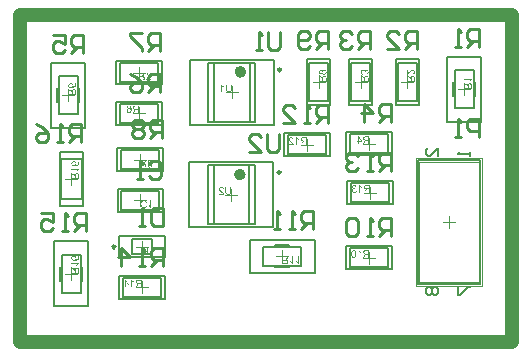
<source format=gto>
G04*
G04 #@! TF.GenerationSoftware,Altium Limited,Altium Designer,21.5.1 (32)*
G04*
G04 Layer_Color=65535*
%FSLAX43Y43*%
%MOMM*%
G71*
G04*
G04 #@! TF.SameCoordinates,A754A033-3592-4F6C-ACFC-670DDD80417B*
G04*
G04*
G04 #@! TF.FilePolarity,Positive*
G04*
G01*
G75*
%ADD10C,0.250*%
%ADD11C,0.500*%
%ADD12C,0.200*%
%ADD13C,0.152*%
%ADD14C,0.254*%
%ADD15C,1.200*%
%ADD16C,0.100*%
%ADD17C,0.050*%
G36*
X10338Y7452D02*
X10584D01*
X10600Y7453D01*
X10619Y7454D01*
X10637Y7456D01*
X10656Y7459D01*
X10672Y7461D01*
X10672D01*
X10674Y7462D01*
X10677D01*
X10681Y7464D01*
X10691Y7467D01*
X10704Y7472D01*
X10719Y7478D01*
X10734Y7486D01*
X10750Y7496D01*
X10765Y7508D01*
X10766Y7509D01*
X10767Y7509D01*
X10770Y7512D01*
X10773Y7515D01*
X10783Y7524D01*
X10794Y7537D01*
X10806Y7553D01*
X10819Y7571D01*
X10831Y7593D01*
X10841Y7617D01*
Y7618D01*
X10842Y7619D01*
X10844Y7623D01*
X10844Y7629D01*
X10847Y7635D01*
X10849Y7643D01*
X10851Y7651D01*
X10854Y7661D01*
X10856Y7671D01*
X10858Y7683D01*
X10863Y7709D01*
X10866Y7738D01*
X10867Y7769D01*
Y7770D01*
Y7772D01*
Y7777D01*
Y7781D01*
X10866Y7788D01*
Y7795D01*
X10865Y7813D01*
X10862Y7833D01*
X10859Y7854D01*
X10855Y7877D01*
X10849Y7899D01*
Y7900D01*
X10848Y7901D01*
X10847Y7904D01*
X10846Y7908D01*
X10843Y7918D01*
X10837Y7931D01*
X10832Y7946D01*
X10824Y7961D01*
X10815Y7976D01*
X10806Y7991D01*
X10805Y7993D01*
X10801Y7998D01*
X10795Y8004D01*
X10788Y8012D01*
X10780Y8022D01*
X10770Y8031D01*
X10759Y8041D01*
X10747Y8049D01*
X10746Y8050D01*
X10742Y8053D01*
X10735Y8057D01*
X10726Y8061D01*
X10715Y8067D01*
X10702Y8072D01*
X10687Y8077D01*
X10671Y8082D01*
X10669D01*
X10666Y8083D01*
X10663Y8084D01*
X10654Y8085D01*
X10641Y8086D01*
X10626Y8088D01*
X10609Y8090D01*
X10589Y8091D01*
X10568Y8092D01*
X10338D01*
Y7452D01*
D02*
G37*
G36*
X11168Y7592D02*
X11167Y7593D01*
X11163Y7596D01*
X11157Y7602D01*
X11148Y7608D01*
X11138Y7617D01*
X11125Y7626D01*
X11110Y7636D01*
X11093Y7646D01*
X11092D01*
X11091Y7647D01*
X11086Y7651D01*
X11077Y7656D01*
X11065Y7661D01*
X11052Y7668D01*
X11039Y7674D01*
X11025Y7681D01*
X11011Y7686D01*
Y7610D01*
X11012D01*
X11014Y7608D01*
X11017Y7607D01*
X11022Y7605D01*
X11028Y7602D01*
X11034Y7598D01*
X11050Y7589D01*
X11068Y7579D01*
X11087Y7566D01*
X11106Y7551D01*
X11126Y7535D01*
X11126Y7534D01*
X11127Y7534D01*
X11130Y7531D01*
X11134Y7528D01*
X11142Y7519D01*
X11153Y7508D01*
X11164Y7495D01*
X11176Y7480D01*
X11187Y7465D01*
X11196Y7449D01*
X11247D01*
Y8092D01*
X11168D01*
Y7592D01*
D02*
G37*
G36*
X4327Y21954D02*
X4320Y21954D01*
X4312Y21953D01*
X4302Y21951D01*
X4291Y21949D01*
X4267Y21943D01*
X4242Y21934D01*
X4229Y21929D01*
X4217Y21921D01*
X4204Y21914D01*
X4192Y21904D01*
X4192Y21904D01*
X4189Y21902D01*
X4185Y21898D01*
X4180Y21893D01*
X4175Y21887D01*
X4167Y21880D01*
X4161Y21870D01*
X4154Y21860D01*
X4146Y21849D01*
X4140Y21836D01*
X4133Y21822D01*
X4127Y21807D01*
X4122Y21792D01*
X4118Y21774D01*
X4116Y21756D01*
X4115Y21736D01*
Y21728D01*
X4116Y21721D01*
X4117Y21714D01*
X4118Y21706D01*
X4118Y21696D01*
X4121Y21685D01*
X4127Y21662D01*
X4135Y21639D01*
X4141Y21627D01*
X4147Y21615D01*
X4155Y21604D01*
X4163Y21593D01*
X4164Y21592D01*
X4165Y21590D01*
X4168Y21588D01*
X4172Y21585D01*
X4177Y21580D01*
X4182Y21575D01*
X4190Y21570D01*
X4198Y21565D01*
X4206Y21560D01*
X4216Y21554D01*
X4239Y21544D01*
X4265Y21536D01*
X4278Y21533D01*
X4293Y21531D01*
X4300Y21613D01*
X4299D01*
X4297D01*
X4294Y21614D01*
X4290Y21615D01*
X4279Y21618D01*
X4266Y21622D01*
X4252Y21627D01*
X4236Y21635D01*
X4222Y21644D01*
X4209Y21655D01*
X4208Y21657D01*
X4204Y21660D01*
X4200Y21668D01*
X4194Y21678D01*
X4189Y21689D01*
X4184Y21703D01*
X4180Y21719D01*
X4180Y21736D01*
Y21742D01*
X4180Y21745D01*
X4181Y21757D01*
X4185Y21770D01*
X4190Y21785D01*
X4197Y21801D01*
X4208Y21818D01*
X4215Y21825D01*
X4222Y21832D01*
X4223Y21833D01*
X4224Y21834D01*
X4227Y21836D01*
X4229Y21839D01*
X4240Y21845D01*
X4253Y21853D01*
X4268Y21859D01*
X4288Y21866D01*
X4311Y21870D01*
X4323Y21872D01*
X4336D01*
X4337D01*
X4339D01*
X4342D01*
X4347Y21871D01*
X4352D01*
X4359Y21870D01*
X4374Y21868D01*
X4391Y21863D01*
X4409Y21856D01*
X4425Y21847D01*
X4441Y21834D01*
X4442D01*
X4443Y21832D01*
X4448Y21828D01*
X4454Y21819D01*
X4462Y21808D01*
X4468Y21794D01*
X4474Y21777D01*
X4479Y21757D01*
X4481Y21746D01*
Y21729D01*
X4480Y21721D01*
X4479Y21712D01*
X4476Y21701D01*
X4474Y21690D01*
X4469Y21678D01*
X4463Y21666D01*
X4462Y21665D01*
X4461Y21661D01*
X4456Y21656D01*
X4451Y21648D01*
X4445Y21641D01*
X4437Y21634D01*
X4428Y21625D01*
X4418Y21619D01*
X4428Y21545D01*
X4757Y21607D01*
Y21925D01*
X4682D01*
Y21669D01*
X4510Y21635D01*
X4510Y21635D01*
X4511Y21637D01*
X4513Y21640D01*
X4516Y21645D01*
X4519Y21650D01*
X4523Y21657D01*
X4530Y21672D01*
X4537Y21690D01*
X4544Y21710D01*
X4548Y21733D01*
X4550Y21744D01*
Y21764D01*
X4549Y21770D01*
X4548Y21777D01*
X4547Y21785D01*
X4546Y21794D01*
X4543Y21805D01*
X4536Y21827D01*
X4532Y21839D01*
X4525Y21851D01*
X4519Y21863D01*
X4511Y21875D01*
X4502Y21886D01*
X4492Y21897D01*
X4491Y21898D01*
X4489Y21900D01*
X4486Y21903D01*
X4482Y21906D01*
X4475Y21911D01*
X4469Y21916D01*
X4461Y21921D01*
X4451Y21927D01*
X4441Y21931D01*
X4430Y21937D01*
X4417Y21941D01*
X4404Y21946D01*
X4390Y21950D01*
X4375Y21953D01*
X4359Y21954D01*
X4342Y21955D01*
X4341D01*
X4339D01*
X4334D01*
X4327Y21954D01*
D02*
G37*
G36*
X4126Y21376D02*
X4259Y21292D01*
X4260D01*
X4262Y21290D01*
X4265Y21288D01*
X4268Y21285D01*
X4278Y21279D01*
X4291Y21270D01*
X4305Y21260D01*
X4320Y21250D01*
X4334Y21240D01*
X4347Y21230D01*
X4348Y21230D01*
X4351Y21227D01*
X4357Y21222D01*
X4364Y21216D01*
X4377Y21202D01*
X4384Y21194D01*
X4389Y21187D01*
X4390Y21186D01*
X4391Y21184D01*
X4393Y21181D01*
X4396Y21175D01*
X4399Y21169D01*
X4401Y21163D01*
X4406Y21148D01*
Y21147D01*
X4407Y21145D01*
Y21142D01*
X4408Y21137D01*
X4409Y21131D01*
Y21123D01*
X4410Y21113D01*
Y21004D01*
X4126D01*
Y20919D01*
X4766D01*
Y21216D01*
X4765Y21223D01*
Y21231D01*
X4764Y21251D01*
X4761Y21271D01*
X4758Y21293D01*
X4754Y21314D01*
X4751Y21324D01*
X4748Y21332D01*
Y21333D01*
X4747Y21334D01*
X4744Y21340D01*
X4741Y21348D01*
X4734Y21358D01*
X4726Y21369D01*
X4715Y21381D01*
X4702Y21392D01*
X4687Y21403D01*
X4686D01*
X4685Y21404D01*
X4680Y21408D01*
X4670Y21412D01*
X4658Y21417D01*
X4645Y21422D01*
X4628Y21427D01*
X4610Y21429D01*
X4591Y21430D01*
X4590D01*
X4588D01*
X4584D01*
X4580Y21429D01*
X4573D01*
X4567Y21428D01*
X4551Y21425D01*
X4533Y21419D01*
X4513Y21412D01*
X4494Y21401D01*
X4485Y21393D01*
X4475Y21386D01*
X4474Y21385D01*
X4474Y21384D01*
X4471Y21381D01*
X4468Y21378D01*
X4464Y21373D01*
X4461Y21367D01*
X4456Y21360D01*
X4450Y21353D01*
X4446Y21343D01*
X4441Y21333D01*
X4436Y21322D01*
X4431Y21310D01*
X4427Y21296D01*
X4423Y21282D01*
X4420Y21267D01*
X4417Y21250D01*
X4416Y21252D01*
X4414Y21255D01*
X4411Y21261D01*
X4407Y21268D01*
X4397Y21285D01*
X4390Y21293D01*
X4385Y21301D01*
X4383Y21303D01*
X4378Y21307D01*
X4371Y21315D01*
X4362Y21324D01*
X4349Y21334D01*
X4335Y21346D01*
X4318Y21358D01*
X4300Y21371D01*
X4126Y21481D01*
Y21376D01*
D02*
G37*
G36*
X4571Y15335D02*
X4566D01*
X4551Y15332D01*
X4533Y15330D01*
X4515Y15325D01*
X4495Y15319D01*
X4475Y15309D01*
X4474D01*
X4473Y15308D01*
X4470Y15307D01*
X4467Y15305D01*
X4458Y15299D01*
X4446Y15291D01*
X4433Y15281D01*
X4420Y15269D01*
X4407Y15254D01*
X4396Y15238D01*
Y15237D01*
X4395Y15236D01*
X4393Y15234D01*
X4392Y15230D01*
X4387Y15221D01*
X4383Y15209D01*
X4377Y15193D01*
X4373Y15175D01*
X4370Y15156D01*
X4369Y15135D01*
Y15130D01*
X4370Y15125D01*
Y15118D01*
X4371Y15110D01*
X4372Y15100D01*
X4375Y15089D01*
X4378Y15078D01*
X4382Y15065D01*
X4386Y15052D01*
X4392Y15039D01*
X4399Y15025D01*
X4408Y15013D01*
X4417Y15000D01*
X4428Y14987D01*
X4441Y14975D01*
X4442Y14974D01*
X4445Y14972D01*
X4448Y14969D01*
X4455Y14965D01*
X4463Y14960D01*
X4472Y14955D01*
X4484Y14950D01*
X4497Y14944D01*
X4513Y14938D01*
X4531Y14932D01*
X4550Y14927D01*
X4571Y14923D01*
X4595Y14918D01*
X4621Y14915D01*
X4649Y14914D01*
X4679Y14913D01*
X4679D01*
X4680D01*
X4683D01*
X4687D01*
X4696Y14914D01*
X4709D01*
X4724Y14915D01*
X4741Y14916D01*
X4761Y14918D01*
X4782Y14921D01*
X4803Y14925D01*
X4826Y14929D01*
X4849Y14935D01*
X4871Y14941D01*
X4892Y14950D01*
X4912Y14959D01*
X4932Y14969D01*
X4948Y14981D01*
X4949Y14982D01*
X4951Y14984D01*
X4955Y14988D01*
X4961Y14992D01*
X4966Y14998D01*
X4972Y15005D01*
X4979Y15014D01*
X4985Y15024D01*
X4992Y15035D01*
X4999Y15047D01*
X5005Y15061D01*
X5011Y15074D01*
X5016Y15090D01*
X5020Y15107D01*
X5022Y15124D01*
X5022Y15143D01*
Y15150D01*
X5022Y15156D01*
Y15162D01*
X5021Y15170D01*
X5017Y15187D01*
X5012Y15207D01*
X5005Y15227D01*
X4994Y15247D01*
X4987Y15258D01*
X4980Y15267D01*
X4979Y15268D01*
X4978Y15269D01*
X4975Y15271D01*
X4973Y15274D01*
X4968Y15279D01*
X4962Y15283D01*
X4949Y15293D01*
X4933Y15303D01*
X4912Y15312D01*
X4889Y15320D01*
X4863Y15326D01*
X4857Y15247D01*
X4858D01*
X4859Y15246D01*
X4864Y15246D01*
X4873Y15243D01*
X4883Y15239D01*
X4894Y15235D01*
X4905Y15230D01*
X4915Y15223D01*
X4924Y15217D01*
X4925Y15215D01*
X4929Y15211D01*
X4935Y15205D01*
X4941Y15196D01*
X4947Y15184D01*
X4952Y15171D01*
X4956Y15155D01*
X4958Y15138D01*
Y15132D01*
X4957Y15124D01*
X4955Y15116D01*
X4952Y15105D01*
X4948Y15094D01*
X4944Y15083D01*
X4936Y15072D01*
X4936Y15070D01*
X4932Y15065D01*
X4925Y15059D01*
X4916Y15050D01*
X4905Y15041D01*
X4892Y15031D01*
X4875Y15022D01*
X4857Y15013D01*
X4856D01*
X4854Y15012D01*
X4851Y15011D01*
X4848Y15009D01*
X4842Y15008D01*
X4836Y15006D01*
X4828Y15004D01*
X4819Y15002D01*
X4809Y15000D01*
X4798Y14998D01*
X4786Y14996D01*
X4773Y14995D01*
X4758Y14993D01*
X4743Y14992D01*
X4727Y14991D01*
X4710D01*
X4711Y14992D01*
X4716Y14996D01*
X4724Y15002D01*
X4733Y15011D01*
X4744Y15020D01*
X4754Y15032D01*
X4765Y15045D01*
X4774Y15060D01*
Y15061D01*
X4775Y15062D01*
X4777Y15067D01*
X4780Y15075D01*
X4785Y15087D01*
X4789Y15099D01*
X4791Y15114D01*
X4794Y15130D01*
X4795Y15147D01*
Y15154D01*
X4794Y15160D01*
X4793Y15167D01*
X4792Y15174D01*
X4790Y15184D01*
X4788Y15193D01*
X4781Y15214D01*
X4777Y15225D01*
X4770Y15236D01*
X4764Y15247D01*
X4756Y15259D01*
X4747Y15271D01*
X4737Y15281D01*
X4736Y15282D01*
X4734Y15283D01*
X4731Y15286D01*
X4727Y15289D01*
X4720Y15294D01*
X4714Y15298D01*
X4705Y15303D01*
X4696Y15308D01*
X4686Y15314D01*
X4675Y15319D01*
X4662Y15323D01*
X4649Y15328D01*
X4635Y15331D01*
X4619Y15333D01*
X4604Y15335D01*
X4587Y15336D01*
X4586D01*
X4584D01*
X4581D01*
X4577D01*
X4571Y15335D01*
D02*
G37*
G36*
X4380Y14636D02*
X4880D01*
X4879Y14635D01*
X4875Y14631D01*
X4870Y14625D01*
X4863Y14616D01*
X4855Y14606D01*
X4846Y14593D01*
X4836Y14578D01*
X4826Y14561D01*
Y14560D01*
X4825Y14560D01*
X4821Y14554D01*
X4816Y14545D01*
X4811Y14534D01*
X4804Y14521D01*
X4798Y14507D01*
X4791Y14493D01*
X4786Y14479D01*
X4862D01*
Y14480D01*
X4863Y14482D01*
X4864Y14486D01*
X4867Y14490D01*
X4870Y14496D01*
X4874Y14502D01*
X4883Y14518D01*
X4893Y14536D01*
X4906Y14555D01*
X4921Y14574D01*
X4936Y14594D01*
X4937Y14595D01*
X4938Y14596D01*
X4941Y14598D01*
X4944Y14602D01*
X4953Y14610D01*
X4964Y14621D01*
X4977Y14633D01*
X4992Y14645D01*
X5007Y14655D01*
X5022Y14664D01*
Y14715D01*
X4380D01*
Y14636D01*
D02*
G37*
G36*
Y14264D02*
X4513Y14180D01*
X4514D01*
X4516Y14178D01*
X4519Y14176D01*
X4522Y14173D01*
X4532Y14167D01*
X4545Y14158D01*
X4559Y14148D01*
X4574Y14138D01*
X4588Y14128D01*
X4601Y14118D01*
X4602Y14118D01*
X4605Y14115D01*
X4611Y14110D01*
X4617Y14104D01*
X4631Y14090D01*
X4638Y14082D01*
X4643Y14075D01*
X4644Y14074D01*
X4645Y14072D01*
X4647Y14069D01*
X4650Y14063D01*
X4653Y14057D01*
X4655Y14051D01*
X4660Y14036D01*
Y14035D01*
X4661Y14033D01*
Y14030D01*
X4662Y14025D01*
X4663Y14019D01*
Y14011D01*
X4664Y14001D01*
Y13892D01*
X4380D01*
Y13807D01*
X5020D01*
Y14104D01*
X5019Y14111D01*
Y14119D01*
X5018Y14139D01*
X5015Y14159D01*
X5012Y14181D01*
X5008Y14202D01*
X5005Y14212D01*
X5002Y14220D01*
Y14221D01*
X5001Y14222D01*
X4998Y14228D01*
X4995Y14236D01*
X4988Y14246D01*
X4980Y14257D01*
X4969Y14269D01*
X4956Y14280D01*
X4941Y14291D01*
X4940D01*
X4939Y14292D01*
X4934Y14296D01*
X4924Y14300D01*
X4912Y14305D01*
X4899Y14310D01*
X4882Y14314D01*
X4864Y14317D01*
X4845Y14318D01*
X4844D01*
X4842D01*
X4838D01*
X4834Y14317D01*
X4827D01*
X4821Y14316D01*
X4805Y14313D01*
X4787Y14307D01*
X4767Y14300D01*
X4748Y14289D01*
X4739Y14281D01*
X4729Y14274D01*
X4728Y14273D01*
X4728Y14272D01*
X4725Y14269D01*
X4722Y14266D01*
X4718Y14261D01*
X4715Y14255D01*
X4710Y14248D01*
X4704Y14241D01*
X4700Y14231D01*
X4695Y14221D01*
X4690Y14210D01*
X4685Y14198D01*
X4681Y14184D01*
X4677Y14170D01*
X4674Y14155D01*
X4671Y14138D01*
X4670Y14140D01*
X4668Y14143D01*
X4665Y14149D01*
X4661Y14156D01*
X4651Y14173D01*
X4644Y14181D01*
X4639Y14189D01*
X4637Y14191D01*
X4632Y14195D01*
X4625Y14203D01*
X4616Y14212D01*
X4603Y14222D01*
X4589Y14234D01*
X4572Y14246D01*
X4554Y14259D01*
X4380Y14369D01*
Y14264D01*
D02*
G37*
G36*
X4581Y7339D02*
X4574Y7338D01*
X4566Y7337D01*
X4556Y7335D01*
X4545Y7333D01*
X4521Y7328D01*
X4496Y7319D01*
X4483Y7313D01*
X4471Y7306D01*
X4458Y7298D01*
X4446Y7289D01*
X4446Y7288D01*
X4443Y7286D01*
X4439Y7282D01*
X4434Y7278D01*
X4429Y7271D01*
X4421Y7264D01*
X4415Y7255D01*
X4408Y7245D01*
X4400Y7233D01*
X4394Y7220D01*
X4387Y7207D01*
X4381Y7192D01*
X4376Y7176D01*
X4372Y7159D01*
X4370Y7140D01*
X4369Y7121D01*
Y7112D01*
X4370Y7106D01*
X4371Y7098D01*
X4372Y7090D01*
X4372Y7080D01*
X4375Y7070D01*
X4381Y7047D01*
X4389Y7024D01*
X4395Y7012D01*
X4401Y7000D01*
X4409Y6988D01*
X4417Y6977D01*
X4418Y6976D01*
X4419Y6975D01*
X4422Y6973D01*
X4426Y6969D01*
X4431Y6964D01*
X4436Y6960D01*
X4444Y6954D01*
X4452Y6950D01*
X4460Y6944D01*
X4470Y6939D01*
X4493Y6928D01*
X4519Y6920D01*
X4532Y6917D01*
X4547Y6915D01*
X4554Y6998D01*
X4553D01*
X4551D01*
X4548Y6999D01*
X4544Y7000D01*
X4533Y7002D01*
X4519Y7006D01*
X4506Y7012D01*
X4490Y7019D01*
X4476Y7028D01*
X4463Y7039D01*
X4462Y7041D01*
X4458Y7045D01*
X4454Y7052D01*
X4448Y7062D01*
X4443Y7073D01*
X4438Y7087D01*
X4434Y7103D01*
X4434Y7121D01*
Y7126D01*
X4434Y7130D01*
X4435Y7141D01*
X4439Y7154D01*
X4444Y7170D01*
X4451Y7185D01*
X4462Y7202D01*
X4469Y7209D01*
X4476Y7217D01*
X4477Y7218D01*
X4478Y7219D01*
X4481Y7220D01*
X4483Y7223D01*
X4494Y7230D01*
X4507Y7237D01*
X4522Y7244D01*
X4542Y7250D01*
X4565Y7255D01*
X4577Y7257D01*
X4590D01*
X4591D01*
X4593D01*
X4596D01*
X4601Y7256D01*
X4606D01*
X4613Y7255D01*
X4628Y7252D01*
X4645Y7247D01*
X4663Y7241D01*
X4679Y7232D01*
X4695Y7219D01*
X4696D01*
X4697Y7217D01*
X4702Y7212D01*
X4708Y7204D01*
X4715Y7193D01*
X4722Y7178D01*
X4728Y7161D01*
X4733Y7142D01*
X4735Y7131D01*
Y7113D01*
X4734Y7106D01*
X4733Y7097D01*
X4730Y7086D01*
X4728Y7074D01*
X4723Y7062D01*
X4717Y7050D01*
X4716Y7049D01*
X4715Y7046D01*
X4710Y7040D01*
X4705Y7033D01*
X4699Y7025D01*
X4691Y7018D01*
X4682Y7010D01*
X4672Y7003D01*
X4682Y6929D01*
X5011Y6991D01*
Y7309D01*
X4936D01*
Y7053D01*
X4764Y7019D01*
X4765Y7020D01*
X4765Y7022D01*
X4767Y7024D01*
X4770Y7029D01*
X4773Y7035D01*
X4777Y7041D01*
X4784Y7056D01*
X4791Y7074D01*
X4798Y7095D01*
X4802Y7117D01*
X4804Y7128D01*
Y7148D01*
X4803Y7154D01*
X4802Y7161D01*
X4801Y7170D01*
X4800Y7179D01*
X4797Y7189D01*
X4790Y7211D01*
X4786Y7223D01*
X4779Y7235D01*
X4773Y7247D01*
X4765Y7259D01*
X4756Y7270D01*
X4746Y7282D01*
X4745Y7282D01*
X4743Y7284D01*
X4740Y7287D01*
X4736Y7291D01*
X4729Y7295D01*
X4723Y7300D01*
X4715Y7306D01*
X4705Y7311D01*
X4695Y7316D01*
X4684Y7321D01*
X4671Y7326D01*
X4658Y7331D01*
X4644Y7334D01*
X4629Y7337D01*
X4613Y7339D01*
X4596Y7340D01*
X4595D01*
X4593D01*
X4588D01*
X4581Y7339D01*
D02*
G37*
G36*
X4380Y6635D02*
X4880D01*
X4879Y6634D01*
X4875Y6630D01*
X4870Y6624D01*
X4863Y6615D01*
X4855Y6605D01*
X4846Y6592D01*
X4836Y6577D01*
X4826Y6560D01*
Y6559D01*
X4825Y6559D01*
X4821Y6553D01*
X4816Y6544D01*
X4811Y6533D01*
X4804Y6520D01*
X4798Y6506D01*
X4791Y6492D01*
X4786Y6478D01*
X4862D01*
Y6479D01*
X4863Y6481D01*
X4864Y6485D01*
X4867Y6489D01*
X4870Y6495D01*
X4874Y6501D01*
X4883Y6517D01*
X4893Y6535D01*
X4906Y6554D01*
X4921Y6573D01*
X4936Y6593D01*
X4937Y6594D01*
X4938Y6595D01*
X4941Y6597D01*
X4944Y6601D01*
X4953Y6609D01*
X4964Y6620D01*
X4977Y6632D01*
X4992Y6644D01*
X5007Y6654D01*
X5022Y6663D01*
Y6714D01*
X4380D01*
Y6635D01*
D02*
G37*
G36*
Y6263D02*
X4513Y6179D01*
X4514D01*
X4516Y6177D01*
X4519Y6175D01*
X4522Y6172D01*
X4532Y6166D01*
X4545Y6157D01*
X4559Y6147D01*
X4574Y6137D01*
X4588Y6127D01*
X4601Y6117D01*
X4602Y6117D01*
X4605Y6114D01*
X4611Y6109D01*
X4617Y6103D01*
X4631Y6089D01*
X4638Y6081D01*
X4643Y6074D01*
X4644Y6073D01*
X4645Y6071D01*
X4647Y6068D01*
X4650Y6062D01*
X4653Y6056D01*
X4655Y6050D01*
X4660Y6035D01*
Y6034D01*
X4661Y6032D01*
Y6029D01*
X4662Y6024D01*
X4663Y6018D01*
Y6010D01*
X4664Y6000D01*
Y5891D01*
X4380D01*
Y5806D01*
X5020D01*
Y6103D01*
X5019Y6110D01*
Y6118D01*
X5018Y6138D01*
X5015Y6158D01*
X5012Y6180D01*
X5008Y6201D01*
X5005Y6211D01*
X5002Y6219D01*
Y6220D01*
X5001Y6221D01*
X4998Y6227D01*
X4995Y6235D01*
X4988Y6245D01*
X4980Y6256D01*
X4969Y6268D01*
X4956Y6279D01*
X4941Y6290D01*
X4940D01*
X4939Y6291D01*
X4934Y6295D01*
X4924Y6299D01*
X4912Y6304D01*
X4899Y6309D01*
X4882Y6313D01*
X4864Y6316D01*
X4845Y6317D01*
X4844D01*
X4842D01*
X4838D01*
X4834Y6316D01*
X4827D01*
X4821Y6315D01*
X4805Y6312D01*
X4787Y6306D01*
X4767Y6299D01*
X4748Y6288D01*
X4739Y6280D01*
X4729Y6273D01*
X4728Y6272D01*
X4728Y6271D01*
X4725Y6268D01*
X4722Y6265D01*
X4718Y6260D01*
X4715Y6254D01*
X4710Y6247D01*
X4704Y6240D01*
X4700Y6230D01*
X4695Y6220D01*
X4690Y6209D01*
X4685Y6197D01*
X4681Y6183D01*
X4677Y6169D01*
X4674Y6154D01*
X4671Y6137D01*
X4670Y6139D01*
X4668Y6142D01*
X4665Y6148D01*
X4661Y6155D01*
X4651Y6172D01*
X4644Y6180D01*
X4639Y6188D01*
X4637Y6190D01*
X4632Y6194D01*
X4625Y6202D01*
X4616Y6211D01*
X4603Y6221D01*
X4589Y6233D01*
X4572Y6245D01*
X4554Y6258D01*
X4380Y6368D01*
Y6263D01*
D02*
G37*
G36*
X17404Y12767D02*
Y12766D01*
Y12763D01*
Y12758D01*
Y12751D01*
X17405Y12743D01*
Y12734D01*
X17406Y12723D01*
X17407Y12712D01*
X17410Y12687D01*
X17413Y12661D01*
X17419Y12636D01*
X17423Y12624D01*
X17426Y12613D01*
Y12612D01*
X17427Y12610D01*
X17429Y12607D01*
X17431Y12604D01*
X17436Y12593D01*
X17445Y12580D01*
X17456Y12566D01*
X17469Y12551D01*
X17485Y12535D01*
X17506Y12521D01*
X17507D01*
X17509Y12519D01*
X17511Y12518D01*
X17516Y12516D01*
X17521Y12513D01*
X17529Y12510D01*
X17536Y12507D01*
X17546Y12504D01*
X17556Y12500D01*
X17567Y12497D01*
X17579Y12494D01*
X17593Y12492D01*
X17607Y12490D01*
X17621Y12488D01*
X17655Y12486D01*
X17663D01*
X17669Y12487D01*
X17677D01*
X17686Y12488D01*
X17696Y12489D01*
X17706Y12490D01*
X17729Y12494D01*
X17754Y12499D01*
X17778Y12506D01*
X17802Y12517D01*
X17803D01*
X17804Y12518D01*
X17807Y12520D01*
X17811Y12522D01*
X17821Y12530D01*
X17833Y12540D01*
X17847Y12553D01*
X17860Y12567D01*
X17873Y12586D01*
X17883Y12606D01*
Y12607D01*
X17884Y12609D01*
X17885Y12613D01*
X17887Y12617D01*
X17889Y12623D01*
X17890Y12630D01*
X17893Y12639D01*
X17895Y12649D01*
X17897Y12660D01*
X17900Y12672D01*
X17901Y12685D01*
X17903Y12699D01*
X17905Y12714D01*
X17906Y12731D01*
X17907Y12749D01*
Y12767D01*
Y13137D01*
X17822D01*
Y12767D01*
Y12766D01*
Y12763D01*
Y12759D01*
Y12753D01*
X17821Y12747D01*
Y12739D01*
X17820Y12721D01*
X17818Y12701D01*
X17815Y12680D01*
X17812Y12661D01*
X17810Y12653D01*
X17807Y12644D01*
X17806Y12642D01*
X17804Y12638D01*
X17800Y12631D01*
X17794Y12622D01*
X17788Y12613D01*
X17778Y12603D01*
X17767Y12592D01*
X17754Y12584D01*
X17753Y12583D01*
X17748Y12580D01*
X17740Y12578D01*
X17729Y12574D01*
X17716Y12569D01*
X17699Y12567D01*
X17681Y12564D01*
X17662Y12563D01*
X17653D01*
X17647Y12564D01*
X17639D01*
X17631Y12565D01*
X17610Y12568D01*
X17588Y12573D01*
X17567Y12580D01*
X17546Y12591D01*
X17537Y12597D01*
X17529Y12604D01*
X17528Y12605D01*
X17527Y12606D01*
X17525Y12609D01*
X17522Y12613D01*
X17520Y12618D01*
X17516Y12624D01*
X17512Y12632D01*
X17509Y12641D01*
X17505Y12651D01*
X17502Y12663D01*
X17498Y12677D01*
X17496Y12691D01*
X17493Y12708D01*
X17491Y12726D01*
X17489Y12746D01*
Y12767D01*
Y13137D01*
X17404D01*
Y12767D01*
D02*
G37*
G36*
X17068Y13139D02*
X17060Y13138D01*
X17051Y13137D01*
X17041Y13135D01*
X17031Y13133D01*
X17006Y13127D01*
X16982Y13118D01*
X16970Y13112D01*
X16958Y13106D01*
X16947Y13097D01*
X16937Y13088D01*
X16936Y13087D01*
X16934Y13086D01*
X16933Y13082D01*
X16929Y13079D01*
X16924Y13074D01*
X16920Y13068D01*
X16915Y13061D01*
X16909Y13053D01*
X16900Y13035D01*
X16891Y13013D01*
X16887Y13002D01*
X16885Y12989D01*
X16884Y12976D01*
X16883Y12962D01*
Y12960D01*
Y12956D01*
X16884Y12948D01*
X16884Y12938D01*
X16886Y12927D01*
X16890Y12914D01*
X16894Y12900D01*
X16899Y12886D01*
X16900Y12885D01*
X16902Y12880D01*
X16906Y12873D01*
X16911Y12862D01*
X16919Y12851D01*
X16928Y12837D01*
X16939Y12824D01*
X16952Y12808D01*
X16954Y12806D01*
X16958Y12800D01*
X16963Y12796D01*
X16968Y12791D01*
X16973Y12786D01*
X16981Y12778D01*
X16988Y12771D01*
X16997Y12763D01*
X17006Y12753D01*
X17018Y12743D01*
X17030Y12733D01*
X17043Y12721D01*
X17057Y12709D01*
X17072Y12696D01*
X17073Y12695D01*
X17075Y12693D01*
X17079Y12690D01*
X17083Y12687D01*
X17089Y12681D01*
X17095Y12676D01*
X17110Y12664D01*
X17126Y12650D01*
X17141Y12636D01*
X17153Y12624D01*
X17159Y12619D01*
X17164Y12615D01*
X17165Y12614D01*
X17167Y12611D01*
X17171Y12607D01*
X17176Y12602D01*
X17180Y12595D01*
X17186Y12589D01*
X17197Y12573D01*
X16882D01*
Y12497D01*
X17306D01*
Y12498D01*
Y12502D01*
Y12507D01*
X17305Y12515D01*
X17304Y12523D01*
X17302Y12532D01*
X17301Y12542D01*
X17297Y12552D01*
Y12553D01*
X17296Y12554D01*
X17294Y12559D01*
X17290Y12567D01*
X17285Y12579D01*
X17277Y12592D01*
X17268Y12606D01*
X17258Y12621D01*
X17245Y12637D01*
Y12638D01*
X17243Y12639D01*
X17239Y12644D01*
X17230Y12653D01*
X17218Y12665D01*
X17204Y12678D01*
X17187Y12695D01*
X17166Y12714D01*
X17142Y12733D01*
X17141Y12734D01*
X17138Y12737D01*
X17132Y12741D01*
X17126Y12747D01*
X17117Y12754D01*
X17107Y12763D01*
X17097Y12772D01*
X17085Y12782D01*
X17062Y12804D01*
X17039Y12826D01*
X17028Y12837D01*
X17018Y12849D01*
X17008Y12859D01*
X17001Y12869D01*
Y12870D01*
X16999Y12871D01*
X16997Y12874D01*
X16995Y12877D01*
X16989Y12887D01*
X16982Y12899D01*
X16975Y12914D01*
X16969Y12930D01*
X16965Y12947D01*
X16963Y12964D01*
Y12965D01*
Y12966D01*
X16964Y12972D01*
X16965Y12981D01*
X16968Y12991D01*
X16971Y13004D01*
X16978Y13017D01*
X16986Y13030D01*
X16997Y13043D01*
X16999Y13045D01*
X17004Y13048D01*
X17010Y13053D01*
X17020Y13059D01*
X17033Y13065D01*
X17048Y13070D01*
X17066Y13074D01*
X17085Y13075D01*
X17091D01*
X17094Y13074D01*
X17105Y13073D01*
X17118Y13070D01*
X17132Y13067D01*
X17148Y13060D01*
X17163Y13052D01*
X17177Y13041D01*
X17178Y13039D01*
X17182Y13034D01*
X17188Y13027D01*
X17193Y13016D01*
X17200Y13003D01*
X17205Y12986D01*
X17209Y12968D01*
X17211Y12947D01*
X17291Y12955D01*
Y12956D01*
X17290Y12959D01*
Y12963D01*
X17289Y12970D01*
X17288Y12977D01*
X17286Y12985D01*
X17283Y12996D01*
X17280Y13006D01*
X17273Y13028D01*
X17262Y13050D01*
X17255Y13061D01*
X17247Y13072D01*
X17239Y13082D01*
X17229Y13092D01*
X17228Y13093D01*
X17227Y13094D01*
X17224Y13096D01*
X17219Y13099D01*
X17214Y13103D01*
X17207Y13106D01*
X17200Y13111D01*
X17190Y13116D01*
X17180Y13120D01*
X17169Y13125D01*
X17157Y13129D01*
X17144Y13132D01*
X17130Y13135D01*
X17116Y13138D01*
X17100Y13139D01*
X17083Y13140D01*
X17074D01*
X17068Y13139D01*
D02*
G37*
G36*
X17455Y21454D02*
Y21453D01*
Y21449D01*
Y21445D01*
Y21438D01*
X17456Y21430D01*
Y21421D01*
X17457Y21410D01*
X17458Y21399D01*
X17460Y21374D01*
X17464Y21348D01*
X17470Y21323D01*
X17473Y21311D01*
X17477Y21300D01*
Y21299D01*
X17478Y21297D01*
X17480Y21294D01*
X17482Y21290D01*
X17487Y21280D01*
X17496Y21267D01*
X17507Y21252D01*
X17520Y21238D01*
X17536Y21222D01*
X17557Y21208D01*
X17557D01*
X17559Y21206D01*
X17562Y21205D01*
X17567Y21203D01*
X17572Y21200D01*
X17580Y21197D01*
X17587Y21194D01*
X17596Y21190D01*
X17606Y21187D01*
X17618Y21184D01*
X17630Y21181D01*
X17643Y21178D01*
X17657Y21177D01*
X17672Y21175D01*
X17705Y21173D01*
X17714D01*
X17720Y21174D01*
X17728D01*
X17737Y21175D01*
X17747Y21176D01*
X17757Y21177D01*
X17780Y21180D01*
X17805Y21186D01*
X17829Y21193D01*
X17852Y21203D01*
X17853D01*
X17855Y21205D01*
X17858Y21207D01*
X17862Y21209D01*
X17872Y21216D01*
X17884Y21227D01*
X17898Y21239D01*
X17911Y21254D01*
X17924Y21273D01*
X17934Y21293D01*
Y21294D01*
X17935Y21296D01*
X17936Y21300D01*
X17937Y21304D01*
X17939Y21310D01*
X17941Y21317D01*
X17944Y21325D01*
X17946Y21336D01*
X17948Y21347D01*
X17950Y21359D01*
X17952Y21372D01*
X17954Y21386D01*
X17956Y21401D01*
X17957Y21418D01*
X17958Y21435D01*
Y21454D01*
Y21824D01*
X17873D01*
Y21454D01*
Y21453D01*
Y21450D01*
Y21446D01*
Y21440D01*
X17872Y21434D01*
Y21425D01*
X17871Y21408D01*
X17869Y21387D01*
X17866Y21367D01*
X17863Y21348D01*
X17861Y21339D01*
X17858Y21331D01*
X17857Y21329D01*
X17855Y21325D01*
X17851Y21318D01*
X17845Y21309D01*
X17839Y21300D01*
X17829Y21289D01*
X17818Y21279D01*
X17805Y21271D01*
X17803Y21270D01*
X17799Y21267D01*
X17790Y21264D01*
X17779Y21261D01*
X17766Y21256D01*
X17750Y21253D01*
X17732Y21251D01*
X17713Y21250D01*
X17704D01*
X17698Y21251D01*
X17690D01*
X17681Y21252D01*
X17661Y21255D01*
X17639Y21260D01*
X17618Y21267D01*
X17597Y21277D01*
X17588Y21284D01*
X17580Y21291D01*
X17579Y21292D01*
X17578Y21293D01*
X17576Y21296D01*
X17573Y21300D01*
X17570Y21305D01*
X17567Y21311D01*
X17563Y21319D01*
X17559Y21327D01*
X17556Y21337D01*
X17553Y21350D01*
X17549Y21363D01*
X17546Y21378D01*
X17544Y21395D01*
X17542Y21412D01*
X17540Y21433D01*
Y21454D01*
Y21824D01*
X17455D01*
Y21454D01*
D02*
G37*
G36*
X17050Y21184D02*
X17128D01*
Y21684D01*
X17129Y21683D01*
X17134Y21680D01*
X17140Y21674D01*
X17149Y21668D01*
X17159Y21659D01*
X17172Y21650D01*
X17187Y21640D01*
X17203Y21630D01*
X17204D01*
X17205Y21629D01*
X17211Y21625D01*
X17220Y21620D01*
X17231Y21615D01*
X17244Y21608D01*
X17258Y21602D01*
X17272Y21595D01*
X17286Y21590D01*
Y21666D01*
X17285D01*
X17283Y21668D01*
X17279Y21668D01*
X17275Y21671D01*
X17269Y21674D01*
X17263Y21678D01*
X17247Y21687D01*
X17228Y21697D01*
X17210Y21710D01*
X17190Y21725D01*
X17171Y21741D01*
X17170Y21742D01*
X17169Y21742D01*
X17166Y21745D01*
X17163Y21748D01*
X17154Y21757D01*
X17143Y21768D01*
X17132Y21781D01*
X17120Y21796D01*
X17110Y21811D01*
X17101Y21827D01*
X17050D01*
Y21184D01*
D02*
G37*
G36*
X8898Y4889D02*
X8811D01*
Y4816D01*
X8898D01*
Y4663D01*
X8977D01*
Y4816D01*
X9255D01*
Y4889D01*
X8962Y5303D01*
X8898D01*
Y4889D01*
D02*
G37*
G36*
X9430Y4663D02*
X9508D01*
Y5163D01*
X9509Y5162D01*
X9514Y5158D01*
X9520Y5153D01*
X9529Y5146D01*
X9539Y5138D01*
X9552Y5129D01*
X9567Y5119D01*
X9583Y5109D01*
X9584D01*
X9585Y5108D01*
X9591Y5104D01*
X9600Y5099D01*
X9611Y5094D01*
X9624Y5087D01*
X9638Y5081D01*
X9652Y5074D01*
X9666Y5069D01*
Y5145D01*
X9665D01*
X9663Y5146D01*
X9659Y5147D01*
X9655Y5150D01*
X9649Y5153D01*
X9643Y5157D01*
X9627Y5166D01*
X9608Y5176D01*
X9590Y5189D01*
X9570Y5204D01*
X9551Y5220D01*
X9550Y5220D01*
X9549Y5221D01*
X9546Y5224D01*
X9543Y5227D01*
X9534Y5236D01*
X9523Y5247D01*
X9512Y5260D01*
X9500Y5275D01*
X9490Y5290D01*
X9481Y5305D01*
X9430D01*
Y4663D01*
D02*
G37*
G36*
X10034Y5302D02*
X10025D01*
X10006Y5301D01*
X9986Y5298D01*
X9963Y5295D01*
X9943Y5291D01*
X9933Y5288D01*
X9925Y5285D01*
X9924D01*
X9923Y5284D01*
X9917Y5281D01*
X9909Y5278D01*
X9899Y5271D01*
X9888Y5263D01*
X9876Y5252D01*
X9864Y5239D01*
X9853Y5224D01*
Y5223D01*
X9852Y5222D01*
X9849Y5217D01*
X9845Y5207D01*
X9839Y5195D01*
X9835Y5182D01*
X9830Y5165D01*
X9827Y5147D01*
X9827Y5128D01*
Y5127D01*
Y5125D01*
Y5122D01*
X9827Y5117D01*
Y5110D01*
X9828Y5104D01*
X9832Y5088D01*
X9838Y5070D01*
X9845Y5050D01*
X9856Y5031D01*
X9864Y5022D01*
X9871Y5012D01*
X9872Y5011D01*
X9873Y5011D01*
X9876Y5008D01*
X9879Y5005D01*
X9884Y5001D01*
X9889Y4998D01*
X9897Y4993D01*
X9904Y4987D01*
X9913Y4983D01*
X9924Y4978D01*
X9935Y4973D01*
X9947Y4968D01*
X9961Y4964D01*
X9974Y4960D01*
X9990Y4957D01*
X10007Y4954D01*
X10005Y4953D01*
X10001Y4951D01*
X9996Y4948D01*
X9988Y4944D01*
X9972Y4934D01*
X9963Y4927D01*
X9956Y4922D01*
X9954Y4920D01*
X9950Y4915D01*
X9942Y4908D01*
X9933Y4899D01*
X9923Y4886D01*
X9911Y4872D01*
X9899Y4855D01*
X9886Y4837D01*
X9776Y4663D01*
X9881D01*
X9965Y4796D01*
Y4797D01*
X9967Y4799D01*
X9969Y4802D01*
X9972Y4805D01*
X9978Y4815D01*
X9986Y4828D01*
X9997Y4842D01*
X10007Y4857D01*
X10017Y4871D01*
X10026Y4884D01*
X10027Y4885D01*
X10030Y4889D01*
X10035Y4894D01*
X10041Y4901D01*
X10055Y4914D01*
X10062Y4921D01*
X10070Y4926D01*
X10071Y4927D01*
X10072Y4928D01*
X10076Y4930D01*
X10082Y4933D01*
X10087Y4936D01*
X10094Y4938D01*
X10109Y4943D01*
X10109D01*
X10111Y4944D01*
X10115D01*
X10120Y4945D01*
X10126Y4946D01*
X10133D01*
X10144Y4947D01*
X10253D01*
Y4663D01*
X10338D01*
Y5303D01*
X10041D01*
X10034Y5302D01*
D02*
G37*
G36*
X28312Y13317D02*
X28300Y13315D01*
X28285Y13312D01*
X28269Y13307D01*
X28252Y13302D01*
X28236Y13294D01*
X28235D01*
X28234Y13294D01*
X28228Y13291D01*
X28220Y13285D01*
X28211Y13279D01*
X28199Y13270D01*
X28188Y13259D01*
X28177Y13247D01*
X28168Y13233D01*
X28167Y13232D01*
X28164Y13227D01*
X28161Y13219D01*
X28156Y13208D01*
X28151Y13196D01*
X28148Y13183D01*
X28145Y13167D01*
X28144Y13151D01*
Y13149D01*
Y13144D01*
X28145Y13136D01*
X28147Y13126D01*
X28150Y13114D01*
X28154Y13101D01*
X28160Y13088D01*
X28167Y13075D01*
X28168Y13073D01*
X28171Y13070D01*
X28176Y13063D01*
X28184Y13056D01*
X28193Y13048D01*
X28204Y13038D01*
X28217Y13030D01*
X28233Y13022D01*
X28232D01*
X28230Y13021D01*
X28227Y13020D01*
X28224Y13019D01*
X28213Y13015D01*
X28200Y13010D01*
X28186Y13002D01*
X28171Y12993D01*
X28157Y12981D01*
X28144Y12967D01*
X28143Y12965D01*
X28139Y12960D01*
X28134Y12951D01*
X28128Y12939D01*
X28123Y12924D01*
X28117Y12906D01*
X28114Y12886D01*
X28113Y12864D01*
Y12863D01*
Y12860D01*
Y12855D01*
X28114Y12850D01*
X28114Y12842D01*
X28116Y12834D01*
X28118Y12825D01*
X28120Y12815D01*
X28127Y12792D01*
X28133Y12780D01*
X28138Y12769D01*
X28146Y12757D01*
X28154Y12745D01*
X28163Y12733D01*
X28175Y12722D01*
X28175Y12721D01*
X28177Y12719D01*
X28181Y12717D01*
X28186Y12713D01*
X28191Y12708D01*
X28199Y12704D01*
X28207Y12698D01*
X28217Y12694D01*
X28227Y12688D01*
X28239Y12682D01*
X28251Y12678D01*
X28265Y12673D01*
X28280Y12669D01*
X28296Y12667D01*
X28311Y12665D01*
X28329Y12664D01*
X28337D01*
X28343Y12665D01*
X28350Y12666D01*
X28359Y12667D01*
X28368Y12669D01*
X28378Y12670D01*
X28400Y12676D01*
X28423Y12685D01*
X28435Y12691D01*
X28446Y12697D01*
X28457Y12706D01*
X28469Y12714D01*
X28469Y12715D01*
X28471Y12717D01*
X28474Y12719D01*
X28477Y12723D01*
X28481Y12728D01*
X28486Y12734D01*
X28492Y12741D01*
X28497Y12749D01*
X28503Y12758D01*
X28508Y12767D01*
X28518Y12790D01*
X28527Y12816D01*
X28530Y12829D01*
X28531Y12844D01*
X28453Y12854D01*
Y12853D01*
X28452Y12852D01*
X28451Y12848D01*
X28450Y12843D01*
X28449Y12838D01*
X28447Y12831D01*
X28443Y12817D01*
X28436Y12801D01*
X28428Y12785D01*
X28419Y12770D01*
X28408Y12757D01*
X28406Y12756D01*
X28402Y12753D01*
X28395Y12748D01*
X28385Y12743D01*
X28374Y12738D01*
X28360Y12733D01*
X28345Y12730D01*
X28328Y12729D01*
X28322D01*
X28319Y12730D01*
X28309Y12730D01*
X28296Y12733D01*
X28281Y12738D01*
X28265Y12744D01*
X28249Y12754D01*
X28235Y12767D01*
X28233Y12768D01*
X28228Y12774D01*
X28223Y12782D01*
X28215Y12793D01*
X28208Y12807D01*
X28202Y12823D01*
X28198Y12841D01*
X28196Y12862D01*
Y12863D01*
Y12865D01*
Y12867D01*
X28197Y12871D01*
X28198Y12881D01*
X28200Y12893D01*
X28204Y12908D01*
X28211Y12923D01*
X28220Y12938D01*
X28232Y12951D01*
X28234Y12953D01*
X28238Y12957D01*
X28246Y12963D01*
X28256Y12969D01*
X28269Y12976D01*
X28285Y12981D01*
X28302Y12985D01*
X28322Y12987D01*
X28330D01*
X28336Y12986D01*
X28345Y12985D01*
X28354Y12983D01*
X28365Y12981D01*
X28377Y12978D01*
X28368Y13048D01*
X28363D01*
X28359Y13047D01*
X28347D01*
X28337Y13049D01*
X28325Y13050D01*
X28311Y13053D01*
X28296Y13058D01*
X28281Y13064D01*
X28265Y13073D01*
X28264D01*
X28263Y13073D01*
X28259Y13077D01*
X28252Y13084D01*
X28245Y13092D01*
X28237Y13104D01*
X28231Y13118D01*
X28226Y13134D01*
X28224Y13143D01*
Y13153D01*
Y13154D01*
Y13155D01*
Y13160D01*
X28226Y13168D01*
X28228Y13178D01*
X28232Y13189D01*
X28236Y13201D01*
X28244Y13213D01*
X28254Y13224D01*
X28255Y13225D01*
X28260Y13229D01*
X28266Y13233D01*
X28274Y13239D01*
X28285Y13244D01*
X28298Y13248D01*
X28313Y13252D01*
X28330Y13253D01*
X28337D01*
X28346Y13251D01*
X28357Y13249D01*
X28369Y13245D01*
X28381Y13241D01*
X28394Y13233D01*
X28406Y13224D01*
X28407Y13223D01*
X28410Y13219D01*
X28416Y13212D01*
X28422Y13203D01*
X28429Y13191D01*
X28435Y13176D01*
X28441Y13159D01*
X28445Y13138D01*
X28523Y13152D01*
Y13153D01*
X28522Y13156D01*
X28521Y13159D01*
X28520Y13165D01*
X28518Y13172D01*
X28516Y13179D01*
X28510Y13196D01*
X28501Y13217D01*
X28490Y13237D01*
X28476Y13257D01*
X28458Y13274D01*
X28457Y13275D01*
X28456Y13276D01*
X28453Y13278D01*
X28449Y13281D01*
X28445Y13284D01*
X28438Y13288D01*
X28432Y13292D01*
X28423Y13296D01*
X28405Y13304D01*
X28383Y13311D01*
X28359Y13316D01*
X28346Y13318D01*
X28322D01*
X28312Y13317D01*
D02*
G37*
G36*
X28734Y12675D02*
X28812D01*
Y13175D01*
X28813Y13174D01*
X28818Y13171D01*
X28824Y13165D01*
X28833Y13159D01*
X28843Y13150D01*
X28856Y13141D01*
X28871Y13131D01*
X28887Y13121D01*
X28888D01*
X28889Y13120D01*
X28895Y13116D01*
X28904Y13111D01*
X28915Y13106D01*
X28928Y13099D01*
X28942Y13093D01*
X28956Y13086D01*
X28970Y13081D01*
Y13157D01*
X28969D01*
X28967Y13159D01*
X28963Y13159D01*
X28959Y13162D01*
X28953Y13165D01*
X28947Y13169D01*
X28931Y13178D01*
X28912Y13188D01*
X28894Y13201D01*
X28874Y13216D01*
X28855Y13232D01*
X28854Y13233D01*
X28853Y13233D01*
X28850Y13236D01*
X28847Y13239D01*
X28838Y13248D01*
X28827Y13259D01*
X28816Y13272D01*
X28804Y13287D01*
X28794Y13302D01*
X28785Y13318D01*
X28734D01*
Y12675D01*
D02*
G37*
G36*
X29338Y13314D02*
X29329D01*
X29310Y13313D01*
X29290Y13310D01*
X29267Y13307D01*
X29247Y13303D01*
X29237Y13300D01*
X29229Y13297D01*
X29228D01*
X29227Y13296D01*
X29221Y13294D01*
X29213Y13290D01*
X29203Y13283D01*
X29192Y13275D01*
X29180Y13264D01*
X29168Y13251D01*
X29157Y13236D01*
Y13235D01*
X29156Y13234D01*
X29153Y13229D01*
X29149Y13220D01*
X29143Y13208D01*
X29139Y13194D01*
X29134Y13177D01*
X29131Y13159D01*
X29131Y13140D01*
Y13139D01*
Y13137D01*
Y13134D01*
X29131Y13129D01*
Y13123D01*
X29132Y13116D01*
X29136Y13100D01*
X29142Y13082D01*
X29149Y13062D01*
X29160Y13043D01*
X29168Y13034D01*
X29175Y13024D01*
X29176Y13024D01*
X29177Y13023D01*
X29180Y13020D01*
X29183Y13017D01*
X29188Y13013D01*
X29193Y13010D01*
X29201Y13005D01*
X29208Y13000D01*
X29217Y12995D01*
X29228Y12990D01*
X29239Y12985D01*
X29251Y12980D01*
X29265Y12976D01*
X29278Y12972D01*
X29294Y12969D01*
X29311Y12966D01*
X29309Y12965D01*
X29305Y12963D01*
X29300Y12960D01*
X29292Y12956D01*
X29276Y12946D01*
X29267Y12939D01*
X29260Y12934D01*
X29258Y12932D01*
X29253Y12927D01*
X29246Y12920D01*
X29237Y12911D01*
X29227Y12898D01*
X29215Y12884D01*
X29203Y12867D01*
X29190Y12849D01*
X29080Y12675D01*
X29185D01*
X29269Y12808D01*
Y12809D01*
X29271Y12811D01*
X29273Y12814D01*
X29276Y12817D01*
X29282Y12828D01*
X29290Y12841D01*
X29301Y12854D01*
X29311Y12869D01*
X29321Y12883D01*
X29330Y12896D01*
X29331Y12897D01*
X29334Y12901D01*
X29339Y12906D01*
X29345Y12913D01*
X29359Y12926D01*
X29366Y12933D01*
X29374Y12939D01*
X29375Y12939D01*
X29376Y12940D01*
X29380Y12942D01*
X29386Y12945D01*
X29391Y12948D01*
X29398Y12951D01*
X29413Y12955D01*
X29413D01*
X29415Y12956D01*
X29419D01*
X29424Y12957D01*
X29430Y12958D01*
X29437D01*
X29448Y12959D01*
X29557D01*
Y12675D01*
X29642D01*
Y13315D01*
X29345D01*
X29338Y13314D01*
D02*
G37*
G36*
X22971Y17370D02*
X22963Y17369D01*
X22954Y17368D01*
X22944Y17366D01*
X22934Y17364D01*
X22910Y17358D01*
X22886Y17348D01*
X22874Y17343D01*
X22862Y17336D01*
X22851Y17328D01*
X22841Y17319D01*
X22840Y17318D01*
X22838Y17317D01*
X22836Y17313D01*
X22832Y17309D01*
X22828Y17305D01*
X22823Y17298D01*
X22818Y17292D01*
X22813Y17284D01*
X22804Y17266D01*
X22794Y17244D01*
X22791Y17233D01*
X22789Y17220D01*
X22787Y17207D01*
X22786Y17193D01*
Y17191D01*
Y17187D01*
X22787Y17179D01*
X22788Y17169D01*
X22790Y17158D01*
X22793Y17145D01*
X22797Y17131D01*
X22803Y17117D01*
X22804Y17115D01*
X22805Y17111D01*
X22809Y17103D01*
X22815Y17093D01*
X22822Y17082D01*
X22831Y17068D01*
X22842Y17054D01*
X22855Y17039D01*
X22857Y17037D01*
X22862Y17031D01*
X22866Y17027D01*
X22871Y17022D01*
X22877Y17016D01*
X22884Y17009D01*
X22891Y17002D01*
X22901Y16993D01*
X22910Y16984D01*
X22921Y16974D01*
X22933Y16964D01*
X22946Y16952D01*
X22961Y16940D01*
X22976Y16927D01*
X22976Y16926D01*
X22978Y16924D01*
X22982Y16921D01*
X22987Y16917D01*
X22992Y16912D01*
X22999Y16906D01*
X23013Y16894D01*
X23029Y16880D01*
X23044Y16867D01*
X23057Y16855D01*
X23062Y16850D01*
X23067Y16845D01*
X23068Y16844D01*
X23071Y16842D01*
X23074Y16838D01*
X23079Y16832D01*
X23084Y16826D01*
X23089Y16819D01*
X23100Y16804D01*
X22785D01*
Y16728D01*
X23209D01*
Y16729D01*
Y16733D01*
Y16738D01*
X23209Y16745D01*
X23208Y16754D01*
X23206Y16763D01*
X23204Y16772D01*
X23200Y16782D01*
Y16783D01*
X23199Y16784D01*
X23197Y16790D01*
X23194Y16798D01*
X23188Y16809D01*
X23181Y16822D01*
X23172Y16837D01*
X23161Y16852D01*
X23148Y16868D01*
Y16868D01*
X23147Y16869D01*
X23142Y16875D01*
X23134Y16883D01*
X23122Y16895D01*
X23108Y16909D01*
X23090Y16926D01*
X23069Y16944D01*
X23046Y16964D01*
X23045Y16965D01*
X23041Y16967D01*
X23036Y16972D01*
X23029Y16978D01*
X23021Y16985D01*
X23011Y16993D01*
X23000Y17003D01*
X22988Y17013D01*
X22965Y17035D01*
X22942Y17057D01*
X22931Y17068D01*
X22921Y17079D01*
X22912Y17089D01*
X22904Y17100D01*
Y17101D01*
X22902Y17101D01*
X22901Y17104D01*
X22899Y17108D01*
X22892Y17118D01*
X22885Y17130D01*
X22878Y17145D01*
X22872Y17161D01*
X22868Y17178D01*
X22866Y17195D01*
Y17196D01*
Y17197D01*
X22867Y17202D01*
X22868Y17211D01*
X22871Y17222D01*
X22875Y17235D01*
X22881Y17248D01*
X22890Y17260D01*
X22901Y17273D01*
X22902Y17275D01*
X22907Y17279D01*
X22914Y17284D01*
X22924Y17290D01*
X22937Y17296D01*
X22951Y17301D01*
X22969Y17305D01*
X22988Y17306D01*
X22994D01*
X22998Y17305D01*
X23009Y17304D01*
X23022Y17301D01*
X23036Y17297D01*
X23051Y17291D01*
X23066Y17283D01*
X23080Y17272D01*
X23082Y17270D01*
X23086Y17265D01*
X23091Y17258D01*
X23097Y17247D01*
X23103Y17234D01*
X23109Y17217D01*
X23112Y17199D01*
X23114Y17177D01*
X23195Y17186D01*
Y17187D01*
X23194Y17189D01*
Y17194D01*
X23193Y17200D01*
X23191Y17208D01*
X23189Y17216D01*
X23186Y17226D01*
X23184Y17236D01*
X23176Y17259D01*
X23165Y17281D01*
X23159Y17292D01*
X23150Y17303D01*
X23142Y17313D01*
X23133Y17322D01*
X23132Y17323D01*
X23130Y17324D01*
X23127Y17327D01*
X23123Y17330D01*
X23117Y17334D01*
X23111Y17337D01*
X23103Y17342D01*
X23094Y17346D01*
X23084Y17351D01*
X23073Y17356D01*
X23061Y17359D01*
X23048Y17363D01*
X23034Y17366D01*
X23019Y17369D01*
X23003Y17370D01*
X22987Y17370D01*
X22977D01*
X22971Y17370D01*
D02*
G37*
G36*
X23400Y16728D02*
X23478D01*
Y17228D01*
X23479Y17227D01*
X23484Y17223D01*
X23490Y17218D01*
X23499Y17211D01*
X23509Y17203D01*
X23522Y17194D01*
X23537Y17184D01*
X23553Y17174D01*
X23554D01*
X23555Y17173D01*
X23561Y17169D01*
X23570Y17164D01*
X23581Y17159D01*
X23594Y17152D01*
X23608Y17146D01*
X23622Y17139D01*
X23636Y17134D01*
Y17210D01*
X23635D01*
X23633Y17211D01*
X23629Y17212D01*
X23625Y17215D01*
X23619Y17218D01*
X23613Y17222D01*
X23597Y17231D01*
X23578Y17241D01*
X23560Y17254D01*
X23540Y17269D01*
X23521Y17285D01*
X23520Y17285D01*
X23519Y17286D01*
X23516Y17289D01*
X23513Y17292D01*
X23504Y17301D01*
X23493Y17312D01*
X23482Y17325D01*
X23470Y17340D01*
X23460Y17355D01*
X23451Y17370D01*
X23400D01*
Y16728D01*
D02*
G37*
G36*
X24004Y17367D02*
X23995D01*
X23976Y17366D01*
X23956Y17363D01*
X23933Y17360D01*
X23913Y17356D01*
X23903Y17353D01*
X23895Y17350D01*
X23894D01*
X23893Y17349D01*
X23887Y17346D01*
X23879Y17343D01*
X23869Y17336D01*
X23858Y17328D01*
X23846Y17317D01*
X23834Y17304D01*
X23823Y17289D01*
Y17288D01*
X23822Y17287D01*
X23819Y17282D01*
X23815Y17272D01*
X23809Y17260D01*
X23805Y17247D01*
X23800Y17230D01*
X23797Y17212D01*
X23797Y17193D01*
Y17192D01*
Y17190D01*
Y17187D01*
X23797Y17182D01*
Y17175D01*
X23798Y17169D01*
X23802Y17153D01*
X23808Y17135D01*
X23815Y17115D01*
X23826Y17096D01*
X23834Y17087D01*
X23841Y17077D01*
X23842Y17076D01*
X23843Y17076D01*
X23846Y17073D01*
X23849Y17070D01*
X23854Y17066D01*
X23859Y17063D01*
X23867Y17058D01*
X23874Y17052D01*
X23883Y17048D01*
X23894Y17043D01*
X23905Y17038D01*
X23917Y17033D01*
X23931Y17029D01*
X23944Y17025D01*
X23960Y17022D01*
X23977Y17019D01*
X23975Y17018D01*
X23971Y17016D01*
X23966Y17013D01*
X23958Y17009D01*
X23942Y16999D01*
X23933Y16992D01*
X23926Y16987D01*
X23924Y16985D01*
X23920Y16980D01*
X23912Y16973D01*
X23903Y16964D01*
X23893Y16951D01*
X23881Y16937D01*
X23869Y16920D01*
X23856Y16902D01*
X23746Y16728D01*
X23851D01*
X23935Y16861D01*
Y16862D01*
X23937Y16864D01*
X23939Y16867D01*
X23942Y16870D01*
X23948Y16880D01*
X23956Y16893D01*
X23967Y16907D01*
X23977Y16922D01*
X23987Y16936D01*
X23996Y16949D01*
X23997Y16950D01*
X24000Y16954D01*
X24005Y16959D01*
X24011Y16966D01*
X24025Y16979D01*
X24032Y16986D01*
X24040Y16991D01*
X24041Y16992D01*
X24042Y16993D01*
X24046Y16995D01*
X24052Y16998D01*
X24057Y17001D01*
X24064Y17003D01*
X24079Y17008D01*
X24079D01*
X24081Y17009D01*
X24085D01*
X24090Y17010D01*
X24096Y17011D01*
X24103D01*
X24114Y17012D01*
X24223D01*
Y16728D01*
X24308D01*
Y17368D01*
X24011D01*
X24004Y17367D01*
D02*
G37*
G36*
X22225Y6639D02*
X22522D01*
X22529Y6640D01*
X22537D01*
X22557Y6641D01*
X22577Y6644D01*
X22599Y6647D01*
X22620Y6651D01*
X22630Y6654D01*
X22638Y6657D01*
X22639D01*
X22640Y6658D01*
X22646Y6661D01*
X22654Y6664D01*
X22664Y6671D01*
X22675Y6679D01*
X22687Y6690D01*
X22698Y6703D01*
X22709Y6718D01*
Y6719D01*
X22710Y6720D01*
X22714Y6725D01*
X22718Y6735D01*
X22723Y6747D01*
X22728Y6760D01*
X22733Y6777D01*
X22735Y6795D01*
X22736Y6814D01*
Y6815D01*
Y6817D01*
Y6821D01*
X22735Y6825D01*
Y6832D01*
X22734Y6838D01*
X22731Y6854D01*
X22725Y6872D01*
X22718Y6892D01*
X22707Y6911D01*
X22699Y6920D01*
X22692Y6930D01*
X22691Y6931D01*
X22690Y6932D01*
X22687Y6934D01*
X22684Y6937D01*
X22679Y6941D01*
X22673Y6944D01*
X22666Y6949D01*
X22659Y6955D01*
X22649Y6959D01*
X22639Y6964D01*
X22628Y6969D01*
X22616Y6974D01*
X22602Y6978D01*
X22588Y6982D01*
X22573Y6985D01*
X22556Y6988D01*
X22558Y6989D01*
X22562Y6991D01*
X22567Y6994D01*
X22574Y6998D01*
X22591Y7008D01*
X22599Y7015D01*
X22607Y7020D01*
X22609Y7022D01*
X22613Y7027D01*
X22621Y7034D01*
X22630Y7043D01*
X22640Y7056D01*
X22652Y7070D01*
X22664Y7087D01*
X22677Y7105D01*
X22787Y7279D01*
X22682D01*
X22598Y7146D01*
Y7145D01*
X22596Y7143D01*
X22594Y7140D01*
X22591Y7137D01*
X22585Y7127D01*
X22576Y7114D01*
X22566Y7100D01*
X22556Y7085D01*
X22546Y7071D01*
X22537Y7058D01*
X22536Y7057D01*
X22533Y7054D01*
X22528Y7048D01*
X22522Y7042D01*
X22508Y7028D01*
X22501Y7021D01*
X22493Y7016D01*
X22492Y7015D01*
X22490Y7014D01*
X22487Y7012D01*
X22481Y7009D01*
X22476Y7006D01*
X22469Y7004D01*
X22454Y6999D01*
X22453D01*
X22452Y6998D01*
X22448D01*
X22443Y6997D01*
X22437Y6996D01*
X22429D01*
X22419Y6995D01*
X22310D01*
Y7279D01*
X22225D01*
Y6639D01*
D02*
G37*
G36*
X23054Y6779D02*
X23053Y6780D01*
X23049Y6784D01*
X23043Y6789D01*
X23034Y6796D01*
X23024Y6804D01*
X23011Y6813D01*
X22996Y6823D01*
X22979Y6833D01*
X22979D01*
X22978Y6834D01*
X22972Y6838D01*
X22963Y6843D01*
X22952Y6848D01*
X22939Y6855D01*
X22925Y6861D01*
X22911Y6868D01*
X22897Y6873D01*
Y6797D01*
X22898D01*
X22900Y6796D01*
X22904Y6795D01*
X22908Y6792D01*
X22914Y6789D01*
X22920Y6785D01*
X22936Y6776D01*
X22954Y6766D01*
X22973Y6753D01*
X22992Y6738D01*
X23012Y6723D01*
X23013Y6722D01*
X23014Y6721D01*
X23016Y6718D01*
X23020Y6715D01*
X23028Y6706D01*
X23040Y6695D01*
X23051Y6682D01*
X23063Y6667D01*
X23073Y6652D01*
X23082Y6637D01*
X23133D01*
Y7279D01*
X23054D01*
Y6779D01*
D02*
G37*
G36*
X23552D02*
X23551Y6780D01*
X23546Y6784D01*
X23541Y6789D01*
X23531Y6796D01*
X23521Y6804D01*
X23508Y6813D01*
X23493Y6823D01*
X23477Y6833D01*
X23476D01*
X23475Y6834D01*
X23469Y6838D01*
X23460Y6843D01*
X23449Y6848D01*
X23436Y6855D01*
X23422Y6861D01*
X23408Y6868D01*
X23395Y6873D01*
Y6797D01*
X23395D01*
X23397Y6796D01*
X23401Y6795D01*
X23406Y6792D01*
X23411Y6789D01*
X23418Y6785D01*
X23433Y6776D01*
X23452Y6766D01*
X23470Y6753D01*
X23490Y6738D01*
X23509Y6723D01*
X23510Y6722D01*
X23511Y6721D01*
X23514Y6718D01*
X23518Y6715D01*
X23526Y6706D01*
X23537Y6695D01*
X23548Y6682D01*
X23560Y6667D01*
X23570Y6652D01*
X23579Y6637D01*
X23630D01*
Y7279D01*
X23552D01*
Y6779D01*
D02*
G37*
G36*
X28683Y7163D02*
X28762D01*
Y7663D01*
X28763Y7662D01*
X28767Y7659D01*
X28773Y7653D01*
X28782Y7647D01*
X28792Y7638D01*
X28805Y7629D01*
X28820Y7619D01*
X28837Y7609D01*
X28837D01*
X28838Y7608D01*
X28844Y7604D01*
X28853Y7600D01*
X28864Y7594D01*
X28877Y7588D01*
X28891Y7581D01*
X28905Y7575D01*
X28919Y7569D01*
Y7645D01*
X28918D01*
X28916Y7647D01*
X28912Y7648D01*
X28908Y7650D01*
X28902Y7653D01*
X28896Y7657D01*
X28880Y7666D01*
X28862Y7676D01*
X28843Y7689D01*
X28824Y7704D01*
X28804Y7720D01*
X28803Y7721D01*
X28802Y7722D01*
X28800Y7724D01*
X28796Y7727D01*
X28788Y7736D01*
X28776Y7748D01*
X28765Y7760D01*
X28753Y7775D01*
X28743Y7790D01*
X28734Y7806D01*
X28683D01*
Y7163D01*
D02*
G37*
G36*
X29287Y7802D02*
X29279D01*
X29259Y7801D01*
X29239Y7798D01*
X29217Y7796D01*
X29196Y7791D01*
X29186Y7788D01*
X29178Y7785D01*
X29177D01*
X29176Y7785D01*
X29170Y7782D01*
X29162Y7778D01*
X29152Y7772D01*
X29141Y7763D01*
X29129Y7752D01*
X29118Y7739D01*
X29107Y7724D01*
Y7723D01*
X29106Y7723D01*
X29102Y7717D01*
X29098Y7708D01*
X29093Y7696D01*
X29088Y7682D01*
X29083Y7665D01*
X29081Y7648D01*
X29080Y7628D01*
Y7627D01*
Y7625D01*
Y7622D01*
X29081Y7617D01*
Y7611D01*
X29082Y7604D01*
X29085Y7589D01*
X29091Y7570D01*
X29098Y7551D01*
X29109Y7531D01*
X29117Y7522D01*
X29124Y7513D01*
X29125Y7512D01*
X29126Y7511D01*
X29129Y7508D01*
X29132Y7505D01*
X29137Y7502D01*
X29143Y7498D01*
X29150Y7493D01*
X29157Y7488D01*
X29167Y7483D01*
X29177Y7478D01*
X29188Y7473D01*
X29200Y7468D01*
X29214Y7465D01*
X29228Y7460D01*
X29243Y7457D01*
X29260Y7454D01*
X29258Y7454D01*
X29254Y7452D01*
X29249Y7448D01*
X29242Y7444D01*
X29225Y7434D01*
X29217Y7428D01*
X29209Y7422D01*
X29207Y7420D01*
X29203Y7416D01*
X29195Y7408D01*
X29186Y7399D01*
X29176Y7386D01*
X29164Y7372D01*
X29152Y7356D01*
X29139Y7337D01*
X29029Y7163D01*
X29134D01*
X29218Y7296D01*
Y7297D01*
X29220Y7299D01*
X29222Y7302D01*
X29225Y7306D01*
X29231Y7316D01*
X29240Y7329D01*
X29250Y7343D01*
X29260Y7357D01*
X29270Y7371D01*
X29279Y7384D01*
X29280Y7385D01*
X29283Y7389D01*
X29288Y7394D01*
X29294Y7401D01*
X29308Y7415D01*
X29315Y7421D01*
X29323Y7427D01*
X29324Y7428D01*
X29326Y7429D01*
X29329Y7430D01*
X29335Y7433D01*
X29340Y7436D01*
X29347Y7439D01*
X29362Y7443D01*
X29363D01*
X29365Y7444D01*
X29368D01*
X29373Y7445D01*
X29379Y7446D01*
X29387D01*
X29397Y7447D01*
X29506D01*
Y7163D01*
X29591D01*
Y7803D01*
X29294D01*
X29287Y7802D01*
D02*
G37*
G36*
X28254Y7805D02*
X28242Y7803D01*
X28228Y7800D01*
X28213Y7797D01*
X28198Y7792D01*
X28183Y7785D01*
X28182D01*
X28181Y7784D01*
X28176Y7781D01*
X28169Y7776D01*
X28160Y7770D01*
X28150Y7760D01*
X28139Y7750D01*
X28128Y7738D01*
X28118Y7724D01*
X28117Y7723D01*
X28114Y7718D01*
X28110Y7710D01*
X28103Y7698D01*
X28098Y7684D01*
X28090Y7668D01*
X28084Y7650D01*
X28078Y7629D01*
Y7628D01*
X28078Y7626D01*
X28077Y7624D01*
X28076Y7619D01*
X28075Y7613D01*
X28074Y7607D01*
X28072Y7599D01*
X28071Y7589D01*
X28069Y7579D01*
X28068Y7568D01*
X28067Y7555D01*
X28065Y7542D01*
X28065Y7527D01*
Y7513D01*
X28064Y7496D01*
Y7478D01*
Y7478D01*
Y7474D01*
Y7467D01*
Y7460D01*
X28065Y7450D01*
Y7439D01*
X28065Y7427D01*
X28066Y7414D01*
X28069Y7384D01*
X28074Y7354D01*
X28079Y7324D01*
X28083Y7310D01*
X28088Y7296D01*
Y7295D01*
X28089Y7294D01*
X28090Y7290D01*
X28092Y7285D01*
X28094Y7279D01*
X28098Y7272D01*
X28105Y7257D01*
X28114Y7240D01*
X28127Y7221D01*
X28140Y7205D01*
X28157Y7189D01*
X28158D01*
X28159Y7187D01*
X28162Y7185D01*
X28165Y7184D01*
X28170Y7181D01*
X28175Y7177D01*
X28188Y7171D01*
X28205Y7164D01*
X28225Y7158D01*
X28248Y7154D01*
X28273Y7152D01*
X28282D01*
X28288Y7153D01*
X28296Y7154D01*
X28305Y7156D01*
X28315Y7158D01*
X28326Y7160D01*
X28337Y7164D01*
X28349Y7168D01*
X28361Y7173D01*
X28373Y7180D01*
X28385Y7187D01*
X28397Y7196D01*
X28409Y7207D01*
X28419Y7218D01*
X28420Y7219D01*
X28421Y7221D01*
X28424Y7226D01*
X28429Y7233D01*
X28433Y7242D01*
X28438Y7253D01*
X28445Y7266D01*
X28450Y7281D01*
X28456Y7297D01*
X28461Y7317D01*
X28467Y7338D01*
X28471Y7362D01*
X28476Y7388D01*
X28479Y7416D01*
X28481Y7446D01*
X28482Y7478D01*
Y7479D01*
Y7483D01*
Y7490D01*
Y7497D01*
X28481Y7507D01*
Y7518D01*
X28480Y7530D01*
X28479Y7544D01*
X28476Y7573D01*
X28471Y7603D01*
X28466Y7634D01*
X28462Y7648D01*
X28458Y7662D01*
Y7662D01*
X28458Y7664D01*
X28456Y7668D01*
X28454Y7673D01*
X28452Y7679D01*
X28448Y7686D01*
X28441Y7701D01*
X28432Y7718D01*
X28420Y7736D01*
X28406Y7753D01*
X28389Y7768D01*
X28388D01*
X28387Y7770D01*
X28384Y7772D01*
X28381Y7773D01*
X28376Y7777D01*
X28371Y7780D01*
X28357Y7787D01*
X28340Y7794D01*
X28321Y7800D01*
X28298Y7804D01*
X28273Y7806D01*
X28264D01*
X28254Y7805D01*
D02*
G37*
G36*
X25637Y23094D02*
X25625D01*
X25611Y23093D01*
X25597Y23091D01*
X25566Y23088D01*
X25533Y23084D01*
X25501Y23077D01*
X25486Y23072D01*
X25472Y23068D01*
X25471D01*
X25469Y23067D01*
X25465Y23065D01*
X25460Y23063D01*
X25454Y23060D01*
X25447Y23057D01*
X25431Y23048D01*
X25413Y23036D01*
X25395Y23023D01*
X25377Y23007D01*
X25362Y22988D01*
Y22987D01*
X25360Y22986D01*
X25358Y22983D01*
X25356Y22979D01*
X25353Y22974D01*
X25350Y22968D01*
X25346Y22961D01*
X25343Y22953D01*
X25336Y22936D01*
X25329Y22914D01*
X25326Y22891D01*
X25324Y22865D01*
Y22858D01*
X25325Y22853D01*
Y22847D01*
X25326Y22839D01*
X25329Y22822D01*
X25334Y22802D01*
X25341Y22782D01*
X25352Y22762D01*
X25358Y22752D01*
X25365Y22742D01*
X25366Y22741D01*
X25367Y22741D01*
X25370Y22738D01*
X25373Y22735D01*
X25377Y22731D01*
X25383Y22727D01*
X25396Y22717D01*
X25413Y22708D01*
X25433Y22699D01*
X25456Y22692D01*
X25483Y22686D01*
X25489Y22762D01*
X25488D01*
X25487Y22763D01*
X25485D01*
X25481Y22764D01*
X25471Y22766D01*
X25460Y22770D01*
X25447Y22775D01*
X25434Y22781D01*
X25422Y22789D01*
X25412Y22798D01*
X25411Y22799D01*
X25408Y22802D01*
X25404Y22809D01*
X25401Y22816D01*
X25396Y22827D01*
X25392Y22839D01*
X25389Y22852D01*
X25389Y22867D01*
Y22874D01*
X25389Y22880D01*
X25390Y22888D01*
X25392Y22899D01*
X25395Y22909D01*
X25399Y22920D01*
X25404Y22930D01*
X25405Y22931D01*
X25407Y22935D01*
X25411Y22940D01*
X25416Y22946D01*
X25423Y22953D01*
X25430Y22961D01*
X25438Y22968D01*
X25449Y22975D01*
X25450Y22976D01*
X25454Y22978D01*
X25461Y22982D01*
X25469Y22986D01*
X25480Y22990D01*
X25493Y22995D01*
X25508Y22999D01*
X25524Y23004D01*
X25525D01*
X25526Y23005D01*
X25529D01*
X25533Y23006D01*
X25542Y23008D01*
X25554Y23011D01*
X25569Y23012D01*
X25585Y23014D01*
X25602Y23015D01*
X25621Y23016D01*
X25622D01*
X25624D01*
X25629D01*
X25636D01*
X25634Y23015D01*
X25630Y23011D01*
X25623Y23006D01*
X25614Y22999D01*
X25605Y22990D01*
X25595Y22979D01*
X25585Y22966D01*
X25575Y22951D01*
X25574Y22949D01*
X25572Y22944D01*
X25568Y22936D01*
X25564Y22925D01*
X25560Y22912D01*
X25556Y22897D01*
X25553Y22880D01*
X25552Y22863D01*
Y22855D01*
X25553Y22850D01*
X25554Y22842D01*
X25555Y22835D01*
X25557Y22826D01*
X25560Y22816D01*
X25566Y22795D01*
X25571Y22784D01*
X25576Y22773D01*
X25583Y22761D01*
X25591Y22750D01*
X25599Y22739D01*
X25609Y22729D01*
X25610Y22728D01*
X25612Y22726D01*
X25615Y22724D01*
X25620Y22720D01*
X25626Y22716D01*
X25633Y22711D01*
X25641Y22706D01*
X25650Y22702D01*
X25660Y22696D01*
X25671Y22692D01*
X25684Y22687D01*
X25697Y22682D01*
X25712Y22679D01*
X25728Y22677D01*
X25744Y22675D01*
X25761Y22674D01*
X25762D01*
X25766D01*
X25770D01*
X25777Y22675D01*
X25785Y22676D01*
X25795Y22677D01*
X25805Y22679D01*
X25818Y22681D01*
X25842Y22688D01*
X25854Y22692D01*
X25868Y22698D01*
X25881Y22704D01*
X25893Y22713D01*
X25906Y22721D01*
X25917Y22731D01*
X25918Y22732D01*
X25920Y22734D01*
X25923Y22737D01*
X25927Y22741D01*
X25931Y22747D01*
X25937Y22754D01*
X25941Y22762D01*
X25948Y22771D01*
X25953Y22780D01*
X25958Y22791D01*
X25968Y22816D01*
X25972Y22829D01*
X25975Y22844D01*
X25977Y22859D01*
X25977Y22875D01*
Y22881D01*
X25977Y22886D01*
Y22890D01*
X25976Y22897D01*
X25973Y22913D01*
X25969Y22930D01*
X25963Y22949D01*
X25954Y22969D01*
X25943Y22988D01*
Y22989D01*
X25941Y22990D01*
X25940Y22993D01*
X25937Y22997D01*
X25929Y23006D01*
X25919Y23018D01*
X25905Y23030D01*
X25889Y23044D01*
X25869Y23056D01*
X25847Y23067D01*
X25846D01*
X25844Y23068D01*
X25841Y23070D01*
X25836Y23072D01*
X25830Y23073D01*
X25821Y23076D01*
X25812Y23078D01*
X25802Y23081D01*
X25790Y23084D01*
X25776Y23086D01*
X25761Y23088D01*
X25745Y23090D01*
X25728Y23092D01*
X25709Y23094D01*
X25689Y23095D01*
X25668D01*
X25667D01*
X25662D01*
X25656D01*
X25647D01*
X25637Y23094D01*
D02*
G37*
G36*
X25335Y22519D02*
X25468Y22435D01*
X25469D01*
X25471Y22433D01*
X25474Y22431D01*
X25477Y22428D01*
X25487Y22422D01*
X25500Y22413D01*
X25514Y22403D01*
X25529Y22393D01*
X25543Y22383D01*
X25556Y22374D01*
X25557Y22373D01*
X25560Y22370D01*
X25566Y22365D01*
X25573Y22359D01*
X25586Y22345D01*
X25593Y22337D01*
X25598Y22330D01*
X25599Y22329D01*
X25600Y22327D01*
X25602Y22324D01*
X25605Y22318D01*
X25608Y22312D01*
X25610Y22306D01*
X25615Y22291D01*
Y22290D01*
X25616Y22288D01*
Y22285D01*
X25617Y22280D01*
X25618Y22274D01*
Y22266D01*
X25619Y22256D01*
Y22147D01*
X25335D01*
Y22062D01*
X25975D01*
Y22359D01*
X25974Y22366D01*
Y22374D01*
X25973Y22394D01*
X25970Y22414D01*
X25967Y22436D01*
X25963Y22457D01*
X25960Y22467D01*
X25957Y22475D01*
Y22476D01*
X25956Y22477D01*
X25953Y22483D01*
X25950Y22491D01*
X25943Y22501D01*
X25935Y22512D01*
X25924Y22524D01*
X25911Y22535D01*
X25896Y22546D01*
X25895D01*
X25894Y22547D01*
X25889Y22551D01*
X25879Y22555D01*
X25867Y22560D01*
X25854Y22565D01*
X25837Y22569D01*
X25819Y22572D01*
X25800Y22573D01*
X25799D01*
X25797D01*
X25793D01*
X25789Y22572D01*
X25782D01*
X25776Y22571D01*
X25760Y22568D01*
X25742Y22562D01*
X25722Y22555D01*
X25703Y22544D01*
X25694Y22536D01*
X25684Y22529D01*
X25683Y22528D01*
X25683Y22527D01*
X25680Y22524D01*
X25677Y22521D01*
X25673Y22516D01*
X25670Y22510D01*
X25665Y22503D01*
X25659Y22496D01*
X25655Y22486D01*
X25650Y22476D01*
X25645Y22465D01*
X25640Y22453D01*
X25636Y22439D01*
X25632Y22425D01*
X25629Y22410D01*
X25626Y22393D01*
X25625Y22395D01*
X25623Y22398D01*
X25620Y22404D01*
X25616Y22411D01*
X25606Y22428D01*
X25599Y22436D01*
X25594Y22444D01*
X25592Y22446D01*
X25587Y22450D01*
X25580Y22458D01*
X25571Y22467D01*
X25558Y22477D01*
X25544Y22489D01*
X25527Y22501D01*
X25509Y22514D01*
X25335Y22624D01*
Y22519D01*
D02*
G37*
G36*
X10211Y14807D02*
X10508D01*
X10515Y14808D01*
X10523D01*
X10543Y14809D01*
X10563Y14812D01*
X10585Y14814D01*
X10606Y14819D01*
X10616Y14822D01*
X10624Y14825D01*
X10625D01*
X10626Y14826D01*
X10631Y14828D01*
X10640Y14832D01*
X10650Y14838D01*
X10661Y14847D01*
X10673Y14858D01*
X10684Y14871D01*
X10695Y14886D01*
Y14887D01*
X10696Y14887D01*
X10700Y14893D01*
X10704Y14902D01*
X10709Y14914D01*
X10714Y14928D01*
X10718Y14945D01*
X10721Y14962D01*
X10722Y14982D01*
Y14983D01*
Y14985D01*
Y14988D01*
X10721Y14993D01*
Y14999D01*
X10720Y15006D01*
X10717Y15022D01*
X10711Y15040D01*
X10704Y15059D01*
X10692Y15079D01*
X10685Y15088D01*
X10678Y15097D01*
X10677Y15098D01*
X10676Y15099D01*
X10673Y15102D01*
X10669Y15105D01*
X10665Y15108D01*
X10659Y15112D01*
X10652Y15117D01*
X10644Y15122D01*
X10635Y15127D01*
X10625Y15132D01*
X10614Y15137D01*
X10602Y15142D01*
X10588Y15145D01*
X10574Y15150D01*
X10558Y15153D01*
X10542Y15156D01*
X10544Y15157D01*
X10547Y15158D01*
X10553Y15162D01*
X10560Y15166D01*
X10577Y15176D01*
X10585Y15182D01*
X10593Y15188D01*
X10594Y15190D01*
X10599Y15194D01*
X10606Y15202D01*
X10616Y15211D01*
X10626Y15224D01*
X10638Y15238D01*
X10650Y15255D01*
X10663Y15273D01*
X10773Y15447D01*
X10668D01*
X10583Y15314D01*
Y15313D01*
X10582Y15311D01*
X10580Y15308D01*
X10577Y15304D01*
X10570Y15294D01*
X10562Y15281D01*
X10552Y15267D01*
X10542Y15253D01*
X10532Y15239D01*
X10522Y15226D01*
X10521Y15225D01*
X10519Y15221D01*
X10514Y15216D01*
X10508Y15209D01*
X10494Y15195D01*
X10486Y15189D01*
X10479Y15183D01*
X10478Y15182D01*
X10476Y15182D01*
X10472Y15180D01*
X10467Y15177D01*
X10461Y15174D01*
X10455Y15171D01*
X10440Y15167D01*
X10439D01*
X10437Y15166D01*
X10434D01*
X10429Y15165D01*
X10423Y15164D01*
X10415D01*
X10405Y15163D01*
X10296D01*
Y15447D01*
X10211D01*
Y14807D01*
D02*
G37*
G36*
X11017Y15457D02*
X11009Y15456D01*
X10999Y15455D01*
X10989Y15453D01*
X10978Y15451D01*
X10953Y15444D01*
X10940Y15439D01*
X10928Y15435D01*
X10915Y15428D01*
X10902Y15421D01*
X10890Y15413D01*
X10879Y15402D01*
X10878Y15402D01*
X10876Y15400D01*
X10874Y15397D01*
X10870Y15392D01*
X10866Y15387D01*
X10861Y15380D01*
X10856Y15373D01*
X10851Y15364D01*
X10845Y15354D01*
X10840Y15343D01*
X10831Y15320D01*
X10827Y15306D01*
X10825Y15292D01*
X10823Y15278D01*
X10822Y15263D01*
Y15262D01*
Y15260D01*
Y15256D01*
X10823Y15253D01*
Y15247D01*
X10824Y15241D01*
X10826Y15226D01*
X10829Y15209D01*
X10835Y15193D01*
X10843Y15175D01*
X10853Y15158D01*
Y15157D01*
X10855Y15157D01*
X10859Y15152D01*
X10866Y15145D01*
X10876Y15135D01*
X10889Y15126D01*
X10905Y15116D01*
X10923Y15108D01*
X10944Y15101D01*
X10943D01*
X10942Y15100D01*
X10939Y15099D01*
X10936Y15097D01*
X10927Y15094D01*
X10916Y15088D01*
X10904Y15081D01*
X10892Y15071D01*
X10881Y15061D01*
X10871Y15050D01*
X10870Y15048D01*
X10867Y15045D01*
X10864Y15037D01*
X10860Y15028D01*
X10855Y15016D01*
X10852Y15002D01*
X10849Y14986D01*
X10848Y14970D01*
Y14969D01*
Y14967D01*
Y14963D01*
X10849Y14958D01*
X10850Y14952D01*
X10851Y14945D01*
X10854Y14929D01*
X10860Y14911D01*
X10869Y14891D01*
X10875Y14881D01*
X10881Y14871D01*
X10889Y14862D01*
X10898Y14852D01*
X10899Y14851D01*
X10901Y14851D01*
X10903Y14848D01*
X10907Y14845D01*
X10912Y14841D01*
X10918Y14838D01*
X10925Y14833D01*
X10933Y14828D01*
X10942Y14824D01*
X10952Y14819D01*
X10963Y14815D01*
X10975Y14812D01*
X11001Y14806D01*
X11016Y14805D01*
X11031Y14804D01*
X11039D01*
X11045Y14805D01*
X11052Y14806D01*
X11060Y14807D01*
X11070Y14808D01*
X11079Y14811D01*
X11101Y14816D01*
X11123Y14825D01*
X11134Y14830D01*
X11146Y14837D01*
X11156Y14845D01*
X11166Y14853D01*
X11167Y14854D01*
X11168Y14855D01*
X11170Y14858D01*
X11174Y14862D01*
X11178Y14867D01*
X11182Y14873D01*
X11192Y14887D01*
X11201Y14904D01*
X11209Y14924D01*
X11216Y14948D01*
X11217Y14960D01*
X11218Y14973D01*
Y14973D01*
Y14974D01*
Y14980D01*
X11217Y14988D01*
X11215Y14998D01*
X11212Y15011D01*
X11207Y15024D01*
X11202Y15037D01*
X11194Y15050D01*
X11193Y15052D01*
X11189Y15056D01*
X11183Y15061D01*
X11176Y15069D01*
X11166Y15077D01*
X11154Y15085D01*
X11140Y15094D01*
X11123Y15101D01*
X11124D01*
X11126Y15102D01*
X11129Y15103D01*
X11133Y15105D01*
X11144Y15109D01*
X11157Y15116D01*
X11170Y15125D01*
X11185Y15135D01*
X11199Y15148D01*
X11212Y15163D01*
Y15164D01*
X11213Y15165D01*
X11217Y15170D01*
X11222Y15180D01*
X11228Y15192D01*
X11233Y15206D01*
X11239Y15224D01*
X11243Y15243D01*
X11244Y15265D01*
Y15266D01*
Y15268D01*
Y15273D01*
X11243Y15279D01*
X11242Y15285D01*
X11241Y15293D01*
X11239Y15303D01*
X11236Y15313D01*
X11230Y15334D01*
X11225Y15346D01*
X11219Y15357D01*
X11212Y15369D01*
X11205Y15380D01*
X11195Y15391D01*
X11185Y15402D01*
X11184Y15403D01*
X11182Y15405D01*
X11180Y15408D01*
X11175Y15411D01*
X11169Y15415D01*
X11162Y15420D01*
X11154Y15425D01*
X11145Y15430D01*
X11134Y15436D01*
X11122Y15440D01*
X11109Y15445D01*
X11097Y15450D01*
X11082Y15452D01*
X11066Y15455D01*
X11050Y15457D01*
X11033Y15458D01*
X11023D01*
X11017Y15457D01*
D02*
G37*
G36*
X10084Y22184D02*
X10381D01*
X10388Y22185D01*
X10396D01*
X10416Y22186D01*
X10436Y22189D01*
X10458Y22192D01*
X10479Y22196D01*
X10489Y22199D01*
X10497Y22202D01*
X10498D01*
X10499Y22203D01*
X10504Y22205D01*
X10513Y22209D01*
X10523Y22216D01*
X10534Y22224D01*
X10546Y22235D01*
X10557Y22248D01*
X10568Y22263D01*
Y22264D01*
X10569Y22265D01*
X10573Y22270D01*
X10577Y22279D01*
X10582Y22291D01*
X10587Y22305D01*
X10591Y22322D01*
X10594Y22339D01*
X10595Y22359D01*
Y22360D01*
Y22362D01*
Y22365D01*
X10594Y22370D01*
Y22376D01*
X10593Y22383D01*
X10590Y22399D01*
X10584Y22417D01*
X10577Y22437D01*
X10565Y22456D01*
X10558Y22465D01*
X10551Y22474D01*
X10550Y22475D01*
X10549Y22476D01*
X10546Y22479D01*
X10542Y22482D01*
X10538Y22486D01*
X10532Y22489D01*
X10525Y22494D01*
X10517Y22499D01*
X10508Y22504D01*
X10498Y22509D01*
X10487Y22514D01*
X10475Y22519D01*
X10461Y22523D01*
X10447Y22527D01*
X10431Y22530D01*
X10415Y22533D01*
X10417Y22534D01*
X10420Y22535D01*
X10426Y22539D01*
X10433Y22543D01*
X10450Y22553D01*
X10458Y22560D01*
X10466Y22565D01*
X10467Y22567D01*
X10472Y22572D01*
X10479Y22579D01*
X10489Y22588D01*
X10499Y22601D01*
X10511Y22615D01*
X10523Y22632D01*
X10536Y22650D01*
X10646Y22824D01*
X10541D01*
X10456Y22691D01*
Y22690D01*
X10455Y22688D01*
X10453Y22685D01*
X10450Y22682D01*
X10443Y22671D01*
X10435Y22658D01*
X10425Y22645D01*
X10415Y22630D01*
X10405Y22616D01*
X10395Y22603D01*
X10394Y22602D01*
X10392Y22598D01*
X10387Y22593D01*
X10381Y22586D01*
X10367Y22572D01*
X10359Y22566D01*
X10352Y22560D01*
X10351Y22560D01*
X10349Y22559D01*
X10345Y22557D01*
X10340Y22554D01*
X10334Y22551D01*
X10328Y22548D01*
X10313Y22544D01*
X10312D01*
X10310Y22543D01*
X10307D01*
X10302Y22542D01*
X10296Y22541D01*
X10288D01*
X10278Y22540D01*
X10169D01*
Y22824D01*
X10084D01*
Y22184D01*
D02*
G37*
G36*
X10791Y22823D02*
Y22820D01*
Y22817D01*
X10792Y22811D01*
Y22804D01*
X10793Y22794D01*
X10794Y22784D01*
X10795Y22773D01*
X10797Y22760D01*
X10798Y22747D01*
X10801Y22731D01*
X10804Y22716D01*
X10807Y22699D01*
X10811Y22681D01*
X10820Y22643D01*
Y22642D01*
X10821Y22638D01*
X10823Y22633D01*
X10825Y22624D01*
X10828Y22615D01*
X10832Y22604D01*
X10835Y22591D01*
X10841Y22577D01*
X10847Y22561D01*
X10852Y22546D01*
X10866Y22511D01*
X10883Y22474D01*
X10901Y22437D01*
X10902Y22436D01*
X10904Y22432D01*
X10907Y22427D01*
X10910Y22420D01*
X10915Y22412D01*
X10921Y22401D01*
X10928Y22390D01*
X10935Y22378D01*
X10953Y22351D01*
X10971Y22324D01*
X10993Y22295D01*
X11015Y22268D01*
X10701D01*
Y22192D01*
X11116D01*
Y22254D01*
X11115Y22255D01*
X11113Y22257D01*
X11109Y22261D01*
X11105Y22266D01*
X11100Y22273D01*
X11092Y22280D01*
X11085Y22290D01*
X11077Y22301D01*
X11068Y22312D01*
X11058Y22325D01*
X11048Y22339D01*
X11038Y22354D01*
X11027Y22371D01*
X11016Y22388D01*
X11005Y22408D01*
X10994Y22427D01*
X10993Y22428D01*
X10991Y22432D01*
X10988Y22437D01*
X10983Y22446D01*
X10979Y22456D01*
X10973Y22467D01*
X10967Y22480D01*
X10960Y22495D01*
X10953Y22511D01*
X10945Y22528D01*
X10937Y22547D01*
X10930Y22566D01*
X10915Y22606D01*
X10901Y22648D01*
Y22649D01*
X10900Y22652D01*
X10899Y22657D01*
X10897Y22662D01*
X10896Y22670D01*
X10894Y22679D01*
X10891Y22689D01*
X10889Y22700D01*
X10886Y22713D01*
X10884Y22727D01*
X10879Y22756D01*
X10874Y22789D01*
X10872Y22824D01*
X10791D01*
Y22823D01*
D02*
G37*
G36*
X9232Y20048D02*
X9226D01*
X9218Y20047D01*
X9201Y20043D01*
X9181Y20038D01*
X9161Y20031D01*
X9141Y20020D01*
X9131Y20013D01*
X9121Y20006D01*
X9120Y20005D01*
X9120Y20004D01*
X9117Y20001D01*
X9114Y19999D01*
X9109Y19994D01*
X9106Y19988D01*
X9095Y19976D01*
X9085Y19959D01*
X9076Y19939D01*
X9068Y19915D01*
X9062Y19890D01*
X9141Y19883D01*
Y19884D01*
X9142Y19885D01*
X9143Y19890D01*
X9145Y19899D01*
X9149Y19909D01*
X9153Y19920D01*
X9158Y19931D01*
X9165Y19941D01*
X9171Y19950D01*
X9173Y19951D01*
X9177Y19955D01*
X9183Y19961D01*
X9193Y19967D01*
X9205Y19973D01*
X9217Y19978D01*
X9233Y19982D01*
X9250Y19984D01*
X9256D01*
X9264Y19983D01*
X9272Y19981D01*
X9283Y19978D01*
X9294Y19975D01*
X9305Y19970D01*
X9316Y19963D01*
X9318Y19962D01*
X9323Y19958D01*
X9329Y19951D01*
X9338Y19942D01*
X9347Y19931D01*
X9357Y19918D01*
X9366Y19902D01*
X9376Y19883D01*
Y19882D01*
X9377Y19880D01*
X9377Y19878D01*
X9379Y19874D01*
X9380Y19868D01*
X9382Y19862D01*
X9384Y19854D01*
X9386Y19845D01*
X9389Y19835D01*
X9390Y19824D01*
X9392Y19812D01*
X9393Y19799D01*
X9395Y19784D01*
X9396Y19769D01*
X9397Y19753D01*
Y19736D01*
X9396Y19737D01*
X9392Y19743D01*
X9386Y19750D01*
X9377Y19759D01*
X9368Y19770D01*
X9356Y19780D01*
X9343Y19791D01*
X9328Y19800D01*
X9328D01*
X9327Y19801D01*
X9321Y19804D01*
X9313Y19806D01*
X9302Y19811D01*
X9289Y19815D01*
X9274Y19817D01*
X9258Y19820D01*
X9242Y19821D01*
X9234D01*
X9229Y19820D01*
X9221Y19819D01*
X9214Y19818D01*
X9205Y19817D01*
X9195Y19814D01*
X9174Y19807D01*
X9163Y19803D01*
X9152Y19796D01*
X9141Y19790D01*
X9129Y19782D01*
X9118Y19773D01*
X9107Y19763D01*
X9107Y19762D01*
X9105Y19760D01*
X9102Y19757D01*
X9099Y19753D01*
X9095Y19746D01*
X9090Y19740D01*
X9085Y19731D01*
X9080Y19722D01*
X9074Y19712D01*
X9070Y19701D01*
X9065Y19688D01*
X9060Y19675D01*
X9058Y19661D01*
X9055Y19645D01*
X9053Y19630D01*
X9052Y19613D01*
Y19612D01*
Y19610D01*
Y19608D01*
Y19603D01*
X9053Y19597D01*
Y19592D01*
X9056Y19577D01*
X9058Y19559D01*
X9063Y19541D01*
X9070Y19521D01*
X9079Y19501D01*
Y19500D01*
X9080Y19499D01*
X9082Y19497D01*
X9083Y19493D01*
X9089Y19484D01*
X9097Y19472D01*
X9107Y19459D01*
X9120Y19446D01*
X9134Y19433D01*
X9150Y19422D01*
X9151D01*
X9152Y19421D01*
X9155Y19419D01*
X9158Y19418D01*
X9168Y19413D01*
X9180Y19409D01*
X9195Y19403D01*
X9213Y19400D01*
X9232Y19396D01*
X9254Y19395D01*
X9258D01*
X9263Y19396D01*
X9270D01*
X9279Y19397D01*
X9288Y19399D01*
X9299Y19401D01*
X9310Y19404D01*
X9323Y19408D01*
X9336Y19412D01*
X9349Y19418D01*
X9363Y19425D01*
X9376Y19434D01*
X9389Y19443D01*
X9401Y19454D01*
X9414Y19467D01*
X9414Y19468D01*
X9416Y19471D01*
X9419Y19474D01*
X9423Y19481D01*
X9428Y19489D01*
X9433Y19498D01*
X9438Y19510D01*
X9444Y19523D01*
X9450Y19539D01*
X9456Y19557D01*
X9461Y19576D01*
X9465Y19597D01*
X9470Y19621D01*
X9473Y19647D01*
X9475Y19675D01*
X9475Y19705D01*
Y19706D01*
Y19706D01*
Y19709D01*
Y19713D01*
X9475Y19722D01*
Y19735D01*
X9474Y19750D01*
X9472Y19768D01*
X9470Y19787D01*
X9467Y19808D01*
X9463Y19829D01*
X9459Y19853D01*
X9453Y19875D01*
X9447Y19897D01*
X9438Y19918D01*
X9429Y19939D01*
X9419Y19958D01*
X9407Y19975D01*
X9406Y19976D01*
X9404Y19977D01*
X9401Y19981D01*
X9396Y19987D01*
X9390Y19992D01*
X9383Y19998D01*
X9374Y20005D01*
X9365Y20012D01*
X9353Y20018D01*
X9341Y20025D01*
X9328Y20031D01*
X9314Y20037D01*
X9298Y20042D01*
X9281Y20046D01*
X9264Y20048D01*
X9245Y20049D01*
X9238D01*
X9232Y20048D01*
D02*
G37*
G36*
X9780Y20045D02*
X9771D01*
X9752Y20044D01*
X9732Y20041D01*
X9709Y20038D01*
X9689Y20034D01*
X9679Y20031D01*
X9671Y20028D01*
X9670D01*
X9669Y20027D01*
X9663Y20025D01*
X9655Y20021D01*
X9645Y20014D01*
X9634Y20006D01*
X9622Y19995D01*
X9610Y19982D01*
X9599Y19967D01*
Y19966D01*
X9598Y19965D01*
X9595Y19960D01*
X9591Y19951D01*
X9585Y19939D01*
X9581Y19925D01*
X9576Y19908D01*
X9573Y19890D01*
X9573Y19871D01*
Y19870D01*
Y19868D01*
Y19865D01*
X9573Y19860D01*
Y19854D01*
X9574Y19847D01*
X9578Y19831D01*
X9584Y19813D01*
X9591Y19793D01*
X9602Y19774D01*
X9610Y19765D01*
X9617Y19756D01*
X9618Y19755D01*
X9619Y19754D01*
X9622Y19751D01*
X9625Y19748D01*
X9630Y19744D01*
X9635Y19741D01*
X9643Y19736D01*
X9650Y19731D01*
X9659Y19726D01*
X9670Y19721D01*
X9681Y19716D01*
X9693Y19711D01*
X9707Y19707D01*
X9720Y19703D01*
X9736Y19700D01*
X9753Y19697D01*
X9751Y19696D01*
X9747Y19694D01*
X9742Y19691D01*
X9734Y19687D01*
X9718Y19677D01*
X9709Y19670D01*
X9702Y19665D01*
X9700Y19663D01*
X9696Y19658D01*
X9688Y19651D01*
X9679Y19642D01*
X9669Y19629D01*
X9657Y19615D01*
X9645Y19598D01*
X9632Y19580D01*
X9522Y19406D01*
X9627D01*
X9711Y19539D01*
Y19540D01*
X9713Y19542D01*
X9715Y19545D01*
X9718Y19548D01*
X9724Y19559D01*
X9732Y19572D01*
X9743Y19585D01*
X9753Y19600D01*
X9763Y19614D01*
X9772Y19627D01*
X9773Y19628D01*
X9776Y19632D01*
X9781Y19637D01*
X9787Y19644D01*
X9801Y19657D01*
X9808Y19664D01*
X9816Y19670D01*
X9817Y19670D01*
X9818Y19671D01*
X9822Y19673D01*
X9828Y19676D01*
X9833Y19679D01*
X9840Y19682D01*
X9855Y19686D01*
X9855D01*
X9857Y19687D01*
X9861D01*
X9866Y19688D01*
X9872Y19689D01*
X9879D01*
X9890Y19690D01*
X9999D01*
Y19406D01*
X10084D01*
Y20046D01*
X9787D01*
X9780Y20045D01*
D02*
G37*
G36*
X28649Y17030D02*
X28562D01*
Y16958D01*
X28649D01*
Y16804D01*
X28727D01*
Y16958D01*
X29006D01*
Y17030D01*
X28713Y17444D01*
X28649D01*
Y17030D01*
D02*
G37*
G36*
X29287Y17443D02*
X29279D01*
X29259Y17442D01*
X29239Y17439D01*
X29217Y17437D01*
X29196Y17432D01*
X29186Y17429D01*
X29178Y17426D01*
X29177D01*
X29176Y17425D01*
X29170Y17423D01*
X29162Y17419D01*
X29152Y17412D01*
X29141Y17404D01*
X29129Y17393D01*
X29118Y17380D01*
X29107Y17365D01*
Y17364D01*
X29106Y17363D01*
X29102Y17358D01*
X29098Y17349D01*
X29093Y17337D01*
X29088Y17323D01*
X29083Y17306D01*
X29081Y17289D01*
X29080Y17269D01*
Y17268D01*
Y17266D01*
Y17263D01*
X29081Y17258D01*
Y17252D01*
X29082Y17245D01*
X29085Y17229D01*
X29091Y17211D01*
X29098Y17192D01*
X29109Y17172D01*
X29117Y17163D01*
X29124Y17154D01*
X29125Y17153D01*
X29126Y17152D01*
X29129Y17149D01*
X29132Y17146D01*
X29137Y17143D01*
X29143Y17139D01*
X29150Y17134D01*
X29157Y17129D01*
X29167Y17124D01*
X29177Y17119D01*
X29188Y17114D01*
X29200Y17109D01*
X29214Y17106D01*
X29228Y17101D01*
X29243Y17098D01*
X29260Y17095D01*
X29258Y17094D01*
X29254Y17093D01*
X29249Y17089D01*
X29242Y17085D01*
X29225Y17075D01*
X29217Y17069D01*
X29209Y17063D01*
X29207Y17061D01*
X29203Y17057D01*
X29195Y17049D01*
X29186Y17040D01*
X29176Y17027D01*
X29164Y17013D01*
X29152Y16996D01*
X29139Y16978D01*
X29029Y16804D01*
X29134D01*
X29218Y16937D01*
Y16938D01*
X29220Y16940D01*
X29222Y16943D01*
X29225Y16947D01*
X29231Y16957D01*
X29240Y16970D01*
X29250Y16983D01*
X29260Y16998D01*
X29270Y17012D01*
X29279Y17025D01*
X29280Y17026D01*
X29283Y17030D01*
X29288Y17035D01*
X29294Y17042D01*
X29308Y17056D01*
X29315Y17062D01*
X29323Y17068D01*
X29324Y17069D01*
X29326Y17069D01*
X29329Y17071D01*
X29335Y17074D01*
X29340Y17077D01*
X29347Y17080D01*
X29362Y17084D01*
X29363D01*
X29365Y17085D01*
X29368D01*
X29373Y17086D01*
X29379Y17087D01*
X29387D01*
X29397Y17088D01*
X29506D01*
Y16804D01*
X29591D01*
Y17444D01*
X29294D01*
X29287Y17443D01*
D02*
G37*
G36*
X29066Y23093D02*
X29058Y23092D01*
X29050Y23090D01*
X29041Y23088D01*
X29031Y23086D01*
X29008Y23079D01*
X28996Y23073D01*
X28985Y23068D01*
X28973Y23060D01*
X28961Y23052D01*
X28949Y23043D01*
X28938Y23032D01*
X28937Y23031D01*
X28935Y23029D01*
X28932Y23025D01*
X28929Y23021D01*
X28924Y23015D01*
X28920Y23008D01*
X28914Y22999D01*
X28909Y22989D01*
X28904Y22979D01*
X28898Y22967D01*
X28894Y22955D01*
X28889Y22941D01*
X28885Y22926D01*
X28883Y22911D01*
X28881Y22895D01*
X28880Y22877D01*
Y22869D01*
X28881Y22864D01*
X28882Y22856D01*
X28883Y22848D01*
X28884Y22839D01*
X28886Y22828D01*
X28892Y22806D01*
X28901Y22783D01*
X28907Y22771D01*
X28913Y22760D01*
X28921Y22749D01*
X28930Y22738D01*
X28931Y22737D01*
X28932Y22735D01*
X28935Y22732D01*
X28939Y22729D01*
X28944Y22725D01*
X28950Y22720D01*
X28957Y22715D01*
X28965Y22709D01*
X28974Y22704D01*
X28983Y22698D01*
X29006Y22688D01*
X29031Y22680D01*
X29045Y22677D01*
X29060Y22675D01*
X29070Y22753D01*
X29069D01*
X29067Y22754D01*
X29064Y22755D01*
X29059Y22756D01*
X29054Y22757D01*
X29047Y22759D01*
X29033Y22764D01*
X29017Y22770D01*
X29001Y22778D01*
X28986Y22788D01*
X28973Y22799D01*
X28972Y22801D01*
X28969Y22804D01*
X28964Y22812D01*
X28959Y22821D01*
X28954Y22832D01*
X28949Y22846D01*
X28945Y22862D01*
X28945Y22878D01*
Y22884D01*
X28945Y22888D01*
X28946Y22898D01*
X28949Y22911D01*
X28954Y22925D01*
X28960Y22941D01*
X28969Y22957D01*
X28982Y22972D01*
X28984Y22974D01*
X28990Y22978D01*
X28998Y22984D01*
X29009Y22991D01*
X29023Y22999D01*
X29039Y23004D01*
X29057Y23009D01*
X29078Y23011D01*
X29079D01*
X29080D01*
X29083D01*
X29087Y23010D01*
X29097Y23009D01*
X29109Y23006D01*
X29124Y23002D01*
X29139Y22996D01*
X29153Y22986D01*
X29167Y22974D01*
X29169Y22973D01*
X29173Y22968D01*
X29178Y22961D01*
X29185Y22950D01*
X29191Y22937D01*
X29197Y22922D01*
X29201Y22904D01*
X29202Y22885D01*
Y22876D01*
X29202Y22870D01*
X29201Y22862D01*
X29199Y22852D01*
X29197Y22841D01*
X29194Y22829D01*
X29263Y22839D01*
Y22843D01*
X29263Y22847D01*
Y22859D01*
X29264Y22869D01*
X29266Y22881D01*
X29269Y22895D01*
X29274Y22911D01*
X29280Y22925D01*
X29288Y22941D01*
Y22942D01*
X29289Y22943D01*
X29293Y22948D01*
X29300Y22954D01*
X29308Y22962D01*
X29320Y22969D01*
X29334Y22975D01*
X29349Y22980D01*
X29359Y22982D01*
X29369D01*
X29370D01*
X29371D01*
X29376D01*
X29384Y22980D01*
X29394Y22978D01*
X29405Y22974D01*
X29417Y22970D01*
X29429Y22962D01*
X29440Y22952D01*
X29441Y22951D01*
X29445Y22947D01*
X29449Y22940D01*
X29455Y22932D01*
X29459Y22921D01*
X29464Y22908D01*
X29468Y22893D01*
X29469Y22876D01*
Y22869D01*
X29467Y22861D01*
X29465Y22850D01*
X29461Y22838D01*
X29457Y22826D01*
X29449Y22813D01*
X29440Y22801D01*
X29439Y22800D01*
X29435Y22796D01*
X29428Y22790D01*
X29419Y22784D01*
X29407Y22778D01*
X29392Y22771D01*
X29374Y22766D01*
X29354Y22762D01*
X29368Y22683D01*
X29369D01*
X29372Y22684D01*
X29375Y22685D01*
X29381Y22686D01*
X29387Y22688D01*
X29395Y22691D01*
X29412Y22696D01*
X29433Y22705D01*
X29453Y22717D01*
X29472Y22730D01*
X29490Y22748D01*
X29491Y22749D01*
X29492Y22751D01*
X29494Y22753D01*
X29496Y22757D01*
X29500Y22762D01*
X29504Y22768D01*
X29508Y22775D01*
X29512Y22783D01*
X29520Y22802D01*
X29527Y22823D01*
X29532Y22848D01*
X29533Y22861D01*
Y22884D01*
X29533Y22894D01*
X29531Y22906D01*
X29528Y22921D01*
X29523Y22937D01*
X29518Y22954D01*
X29510Y22971D01*
Y22972D01*
X29509Y22973D01*
X29507Y22978D01*
X29501Y22986D01*
X29495Y22996D01*
X29485Y23007D01*
X29475Y23018D01*
X29463Y23029D01*
X29449Y23038D01*
X29447Y23039D01*
X29443Y23042D01*
X29435Y23046D01*
X29424Y23050D01*
X29412Y23055D01*
X29398Y23059D01*
X29383Y23061D01*
X29367Y23062D01*
X29365D01*
X29360D01*
X29352Y23061D01*
X29342Y23060D01*
X29330Y23057D01*
X29317Y23052D01*
X29304Y23047D01*
X29291Y23039D01*
X29289Y23038D01*
X29286Y23035D01*
X29279Y23030D01*
X29272Y23023D01*
X29263Y23013D01*
X29254Y23002D01*
X29246Y22989D01*
X29238Y22974D01*
Y22974D01*
X29237Y22976D01*
X29236Y22979D01*
X29235Y22983D01*
X29231Y22993D01*
X29226Y23006D01*
X29218Y23021D01*
X29209Y23035D01*
X29197Y23049D01*
X29183Y23062D01*
X29181Y23063D01*
X29176Y23067D01*
X29166Y23072D01*
X29154Y23078D01*
X29140Y23084D01*
X29122Y23089D01*
X29102Y23093D01*
X29080Y23094D01*
X29079D01*
X29076D01*
X29071D01*
X29066Y23093D01*
D02*
G37*
G36*
X28891Y22519D02*
X29024Y22435D01*
X29025D01*
X29027Y22433D01*
X29030Y22431D01*
X29033Y22428D01*
X29043Y22422D01*
X29056Y22413D01*
X29070Y22403D01*
X29085Y22393D01*
X29099Y22383D01*
X29112Y22374D01*
X29113Y22373D01*
X29116Y22370D01*
X29122Y22365D01*
X29128Y22359D01*
X29142Y22345D01*
X29149Y22337D01*
X29154Y22330D01*
X29155Y22329D01*
X29156Y22327D01*
X29158Y22324D01*
X29161Y22318D01*
X29164Y22312D01*
X29166Y22306D01*
X29171Y22291D01*
Y22290D01*
X29172Y22288D01*
Y22285D01*
X29173Y22280D01*
X29174Y22274D01*
Y22266D01*
X29175Y22256D01*
Y22147D01*
X28891D01*
Y22062D01*
X29531D01*
Y22359D01*
X29530Y22366D01*
Y22374D01*
X29529Y22394D01*
X29526Y22414D01*
X29523Y22436D01*
X29519Y22457D01*
X29516Y22467D01*
X29513Y22475D01*
Y22476D01*
X29512Y22477D01*
X29509Y22483D01*
X29506Y22491D01*
X29499Y22501D01*
X29491Y22512D01*
X29480Y22524D01*
X29467Y22535D01*
X29452Y22546D01*
X29451D01*
X29450Y22547D01*
X29445Y22551D01*
X29435Y22555D01*
X29423Y22560D01*
X29410Y22565D01*
X29393Y22569D01*
X29375Y22572D01*
X29356Y22573D01*
X29355D01*
X29353D01*
X29349D01*
X29345Y22572D01*
X29338D01*
X29332Y22571D01*
X29316Y22568D01*
X29298Y22562D01*
X29278Y22555D01*
X29259Y22544D01*
X29250Y22536D01*
X29240Y22529D01*
X29239Y22528D01*
X29239Y22527D01*
X29236Y22524D01*
X29233Y22521D01*
X29229Y22516D01*
X29226Y22510D01*
X29221Y22503D01*
X29215Y22496D01*
X29211Y22486D01*
X29206Y22476D01*
X29201Y22465D01*
X29196Y22453D01*
X29192Y22439D01*
X29188Y22425D01*
X29185Y22410D01*
X29182Y22393D01*
X29181Y22395D01*
X29179Y22398D01*
X29176Y22404D01*
X29172Y22411D01*
X29162Y22428D01*
X29155Y22436D01*
X29150Y22444D01*
X29148Y22446D01*
X29143Y22450D01*
X29136Y22458D01*
X29127Y22467D01*
X29114Y22477D01*
X29100Y22489D01*
X29083Y22501D01*
X29065Y22514D01*
X28891Y22624D01*
Y22519D01*
D02*
G37*
G36*
X32817Y22663D02*
X32818D01*
X32821D01*
X32827D01*
X32834Y22664D01*
X32843Y22665D01*
X32852Y22667D01*
X32861Y22668D01*
X32871Y22672D01*
X32872D01*
X32873Y22673D01*
X32879Y22675D01*
X32887Y22679D01*
X32898Y22684D01*
X32911Y22692D01*
X32926Y22701D01*
X32941Y22711D01*
X32956Y22724D01*
X32957D01*
X32958Y22726D01*
X32964Y22730D01*
X32972Y22739D01*
X32984Y22751D01*
X32998Y22765D01*
X33015Y22782D01*
X33033Y22803D01*
X33053Y22827D01*
X33053Y22827D01*
X33056Y22831D01*
X33061Y22837D01*
X33066Y22843D01*
X33074Y22851D01*
X33082Y22862D01*
X33091Y22872D01*
X33102Y22884D01*
X33124Y22907D01*
X33146Y22930D01*
X33157Y22941D01*
X33168Y22951D01*
X33178Y22961D01*
X33188Y22968D01*
X33189D01*
X33190Y22970D01*
X33193Y22972D01*
X33197Y22974D01*
X33207Y22980D01*
X33219Y22987D01*
X33234Y22994D01*
X33249Y23000D01*
X33267Y23004D01*
X33284Y23006D01*
X33285D01*
X33286D01*
X33291Y23005D01*
X33300Y23004D01*
X33311Y23001D01*
X33323Y22998D01*
X33336Y22991D01*
X33349Y22983D01*
X33362Y22972D01*
X33364Y22970D01*
X33368Y22965D01*
X33372Y22959D01*
X33379Y22949D01*
X33384Y22936D01*
X33390Y22921D01*
X33394Y22903D01*
X33395Y22884D01*
Y22878D01*
X33394Y22875D01*
X33393Y22864D01*
X33390Y22851D01*
X33386Y22837D01*
X33380Y22821D01*
X33372Y22806D01*
X33360Y22792D01*
X33359Y22790D01*
X33354Y22787D01*
X33347Y22781D01*
X33335Y22776D01*
X33323Y22769D01*
X33306Y22764D01*
X33287Y22760D01*
X33266Y22758D01*
X33274Y22678D01*
X33275D01*
X33278Y22679D01*
X33283D01*
X33289Y22680D01*
X33297Y22681D01*
X33305Y22683D01*
X33315Y22686D01*
X33325Y22689D01*
X33347Y22696D01*
X33370Y22707D01*
X33381Y22714D01*
X33392Y22722D01*
X33402Y22730D01*
X33411Y22740D01*
X33412Y22741D01*
X33413Y22742D01*
X33416Y22745D01*
X33419Y22750D01*
X33422Y22755D01*
X33426Y22762D01*
X33431Y22769D01*
X33435Y22778D01*
X33440Y22789D01*
X33445Y22800D01*
X33448Y22812D01*
X33452Y22825D01*
X33455Y22839D01*
X33458Y22853D01*
X33458Y22869D01*
X33459Y22886D01*
Y22895D01*
X33458Y22901D01*
X33458Y22909D01*
X33457Y22918D01*
X33455Y22928D01*
X33453Y22938D01*
X33446Y22962D01*
X33437Y22986D01*
X33432Y22999D01*
X33425Y23011D01*
X33417Y23022D01*
X33408Y23032D01*
X33407Y23033D01*
X33406Y23035D01*
X33402Y23036D01*
X33398Y23040D01*
X33394Y23045D01*
X33387Y23049D01*
X33381Y23054D01*
X33372Y23060D01*
X33355Y23069D01*
X33333Y23078D01*
X33322Y23082D01*
X33309Y23084D01*
X33296Y23085D01*
X33282Y23086D01*
X33280D01*
X33275D01*
X33268Y23085D01*
X33258Y23084D01*
X33247Y23083D01*
X33234Y23079D01*
X33220Y23075D01*
X33206Y23070D01*
X33204Y23069D01*
X33200Y23067D01*
X33192Y23063D01*
X33182Y23058D01*
X33171Y23050D01*
X33157Y23041D01*
X33143Y23030D01*
X33127Y23017D01*
X33126Y23015D01*
X33120Y23011D01*
X33115Y23006D01*
X33111Y23001D01*
X33105Y22996D01*
X33098Y22988D01*
X33090Y22981D01*
X33082Y22972D01*
X33073Y22962D01*
X33063Y22951D01*
X33053Y22939D01*
X33041Y22926D01*
X33029Y22912D01*
X33016Y22897D01*
X33015Y22896D01*
X33013Y22894D01*
X33010Y22890D01*
X33006Y22886D01*
X33001Y22880D01*
X32995Y22874D01*
X32983Y22859D01*
X32969Y22843D01*
X32955Y22828D01*
X32943Y22815D01*
X32939Y22810D01*
X32934Y22805D01*
X32933Y22804D01*
X32931Y22802D01*
X32927Y22798D01*
X32921Y22793D01*
X32915Y22789D01*
X32908Y22783D01*
X32893Y22772D01*
Y23087D01*
X32817D01*
Y22663D01*
D02*
G37*
G36*
Y22519D02*
X32950Y22435D01*
X32951D01*
X32953Y22433D01*
X32955Y22431D01*
X32959Y22428D01*
X32969Y22422D01*
X32982Y22413D01*
X32996Y22403D01*
X33011Y22393D01*
X33025Y22383D01*
X33038Y22374D01*
X33039Y22373D01*
X33042Y22370D01*
X33048Y22365D01*
X33054Y22359D01*
X33068Y22345D01*
X33075Y22337D01*
X33080Y22330D01*
X33081Y22329D01*
X33082Y22327D01*
X33084Y22324D01*
X33087Y22318D01*
X33090Y22312D01*
X33092Y22306D01*
X33097Y22291D01*
Y22290D01*
X33098Y22288D01*
Y22285D01*
X33099Y22280D01*
X33100Y22274D01*
Y22266D01*
X33101Y22256D01*
Y22147D01*
X32817D01*
Y22062D01*
X33457D01*
Y22359D01*
X33456Y22366D01*
Y22374D01*
X33455Y22394D01*
X33452Y22414D01*
X33449Y22436D01*
X33445Y22457D01*
X33442Y22467D01*
X33439Y22475D01*
Y22476D01*
X33438Y22477D01*
X33435Y22483D01*
X33432Y22491D01*
X33425Y22501D01*
X33417Y22512D01*
X33406Y22524D01*
X33393Y22535D01*
X33378Y22546D01*
X33377D01*
X33376Y22547D01*
X33371Y22551D01*
X33361Y22555D01*
X33349Y22560D01*
X33335Y22565D01*
X33319Y22569D01*
X33301Y22572D01*
X33282Y22573D01*
X33281D01*
X33279D01*
X33275D01*
X33271Y22572D01*
X33264D01*
X33258Y22571D01*
X33242Y22568D01*
X33224Y22562D01*
X33204Y22555D01*
X33185Y22544D01*
X33176Y22536D01*
X33166Y22529D01*
X33165Y22528D01*
X33164Y22527D01*
X33162Y22524D01*
X33159Y22521D01*
X33155Y22516D01*
X33151Y22510D01*
X33147Y22503D01*
X33141Y22496D01*
X33137Y22486D01*
X33132Y22476D01*
X33127Y22465D01*
X33122Y22453D01*
X33118Y22439D01*
X33114Y22425D01*
X33111Y22410D01*
X33108Y22393D01*
X33107Y22395D01*
X33105Y22398D01*
X33102Y22404D01*
X33098Y22411D01*
X33088Y22428D01*
X33081Y22436D01*
X33076Y22444D01*
X33074Y22446D01*
X33069Y22450D01*
X33062Y22458D01*
X33053Y22467D01*
X33040Y22477D01*
X33026Y22489D01*
X33009Y22501D01*
X32991Y22514D01*
X32817Y22624D01*
Y22519D01*
D02*
G37*
G36*
X37643Y22256D02*
X38143D01*
X38142Y22255D01*
X38138Y22251D01*
X38133Y22245D01*
X38126Y22236D01*
X38118Y22226D01*
X38109Y22213D01*
X38099Y22198D01*
X38088Y22181D01*
Y22180D01*
X38088Y22180D01*
X38084Y22174D01*
X38079Y22165D01*
X38074Y22154D01*
X38067Y22141D01*
X38061Y22127D01*
X38054Y22113D01*
X38049Y22099D01*
X38124D01*
Y22100D01*
X38126Y22102D01*
X38127Y22106D01*
X38130Y22110D01*
X38133Y22116D01*
X38137Y22122D01*
X38146Y22138D01*
X38156Y22156D01*
X38169Y22175D01*
X38184Y22194D01*
X38199Y22214D01*
X38200Y22215D01*
X38201Y22216D01*
X38204Y22218D01*
X38207Y22222D01*
X38216Y22230D01*
X38227Y22241D01*
X38240Y22253D01*
X38255Y22265D01*
X38270Y22275D01*
X38285Y22284D01*
Y22335D01*
X37643D01*
Y22256D01*
D02*
G37*
G36*
Y21884D02*
X37776Y21800D01*
X37777D01*
X37779Y21798D01*
X37781Y21796D01*
X37785Y21793D01*
X37795Y21787D01*
X37808Y21778D01*
X37822Y21768D01*
X37837Y21758D01*
X37851Y21748D01*
X37864Y21739D01*
X37865Y21738D01*
X37868Y21735D01*
X37874Y21730D01*
X37880Y21724D01*
X37894Y21710D01*
X37901Y21702D01*
X37906Y21695D01*
X37907Y21694D01*
X37908Y21692D01*
X37910Y21689D01*
X37913Y21683D01*
X37916Y21677D01*
X37918Y21671D01*
X37923Y21656D01*
Y21655D01*
X37924Y21653D01*
Y21650D01*
X37925Y21645D01*
X37926Y21639D01*
Y21631D01*
X37927Y21621D01*
Y21512D01*
X37643D01*
Y21427D01*
X38283D01*
Y21724D01*
X38282Y21731D01*
Y21739D01*
X38281Y21759D01*
X38278Y21779D01*
X38275Y21801D01*
X38271Y21822D01*
X38268Y21832D01*
X38265Y21840D01*
Y21841D01*
X38264Y21842D01*
X38261Y21848D01*
X38258Y21856D01*
X38251Y21866D01*
X38243Y21877D01*
X38232Y21889D01*
X38219Y21900D01*
X38204Y21911D01*
X38203D01*
X38202Y21912D01*
X38197Y21916D01*
X38187Y21920D01*
X38175Y21925D01*
X38161Y21930D01*
X38145Y21934D01*
X38127Y21937D01*
X38108Y21938D01*
X38107D01*
X38105D01*
X38101D01*
X38097Y21937D01*
X38090D01*
X38084Y21936D01*
X38068Y21933D01*
X38050Y21927D01*
X38030Y21920D01*
X38011Y21909D01*
X38002Y21901D01*
X37992Y21894D01*
X37991Y21893D01*
X37990Y21892D01*
X37988Y21889D01*
X37985Y21885D01*
X37981Y21881D01*
X37977Y21875D01*
X37973Y21868D01*
X37967Y21861D01*
X37963Y21851D01*
X37958Y21841D01*
X37953Y21830D01*
X37948Y21818D01*
X37944Y21804D01*
X37940Y21790D01*
X37937Y21775D01*
X37934Y21758D01*
X37933Y21760D01*
X37931Y21763D01*
X37928Y21769D01*
X37924Y21776D01*
X37914Y21793D01*
X37907Y21801D01*
X37902Y21809D01*
X37900Y21811D01*
X37895Y21815D01*
X37888Y21823D01*
X37879Y21832D01*
X37866Y21842D01*
X37852Y21854D01*
X37835Y21866D01*
X37817Y21879D01*
X37643Y21989D01*
Y21884D01*
D02*
G37*
G36*
X10494Y12028D02*
X10485D01*
X10475Y12027D01*
X10464Y12025D01*
X10451Y12023D01*
X10424Y12019D01*
X10397Y12011D01*
X10369Y12001D01*
X10356Y11995D01*
X10343Y11987D01*
X10342Y11986D01*
X10340Y11985D01*
X10337Y11983D01*
X10333Y11979D01*
X10327Y11975D01*
X10321Y11970D01*
X10313Y11963D01*
X10306Y11956D01*
X10299Y11948D01*
X10290Y11939D01*
X10274Y11918D01*
X10258Y11893D01*
X10244Y11865D01*
Y11864D01*
X10242Y11862D01*
X10241Y11857D01*
X10239Y11851D01*
X10237Y11844D01*
X10234Y11835D01*
X10230Y11825D01*
X10227Y11814D01*
X10225Y11802D01*
X10221Y11788D01*
X10216Y11759D01*
X10213Y11727D01*
X10211Y11693D01*
Y11692D01*
Y11689D01*
Y11683D01*
X10212Y11677D01*
Y11667D01*
X10213Y11658D01*
X10214Y11646D01*
X10215Y11634D01*
X10220Y11607D01*
X10227Y11578D01*
X10236Y11548D01*
X10249Y11520D01*
X10250Y11519D01*
X10251Y11516D01*
X10252Y11512D01*
X10256Y11507D01*
X10260Y11501D01*
X10264Y11494D01*
X10276Y11477D01*
X10292Y11458D01*
X10311Y11440D01*
X10332Y11422D01*
X10357Y11406D01*
X10358Y11405D01*
X10361Y11404D01*
X10364Y11402D01*
X10369Y11399D01*
X10376Y11397D01*
X10384Y11394D01*
X10393Y11390D01*
X10403Y11386D01*
X10414Y11383D01*
X10426Y11379D01*
X10452Y11373D01*
X10482Y11369D01*
X10512Y11367D01*
X10521D01*
X10528Y11368D01*
X10536Y11369D01*
X10546Y11370D01*
X10557Y11371D01*
X10569Y11373D01*
X10594Y11379D01*
X10621Y11387D01*
X10635Y11393D01*
X10648Y11399D01*
X10661Y11408D01*
X10674Y11416D01*
X10675Y11417D01*
X10677Y11418D01*
X10680Y11421D01*
X10685Y11425D01*
X10690Y11430D01*
X10696Y11436D01*
X10703Y11444D01*
X10710Y11451D01*
X10717Y11460D01*
X10725Y11471D01*
X10733Y11483D01*
X10741Y11495D01*
X10747Y11508D01*
X10754Y11522D01*
X10760Y11537D01*
X10766Y11554D01*
X10682Y11573D01*
Y11572D01*
X10681Y11570D01*
X10680Y11567D01*
X10678Y11562D01*
X10676Y11556D01*
X10673Y11549D01*
X10666Y11534D01*
X10656Y11518D01*
X10645Y11501D01*
X10631Y11485D01*
X10617Y11471D01*
X10615Y11470D01*
X10609Y11466D01*
X10600Y11461D01*
X10588Y11455D01*
X10572Y11449D01*
X10555Y11444D01*
X10533Y11440D01*
X10510Y11439D01*
X10503D01*
X10498Y11440D01*
X10492D01*
X10484Y11441D01*
X10467Y11444D01*
X10447Y11447D01*
X10427Y11454D01*
X10406Y11463D01*
X10386Y11475D01*
X10386D01*
X10385Y11477D01*
X10378Y11482D01*
X10370Y11489D01*
X10360Y11500D01*
X10348Y11514D01*
X10337Y11530D01*
X10326Y11549D01*
X10317Y11570D01*
Y11571D01*
X10316Y11573D01*
X10315Y11576D01*
X10314Y11581D01*
X10312Y11586D01*
X10311Y11593D01*
X10308Y11608D01*
X10304Y11627D01*
X10300Y11647D01*
X10299Y11669D01*
X10298Y11693D01*
Y11694D01*
Y11697D01*
Y11702D01*
Y11707D01*
X10299Y11714D01*
Y11722D01*
X10300Y11731D01*
X10300Y11741D01*
X10303Y11764D01*
X10308Y11788D01*
X10313Y11812D01*
X10321Y11836D01*
Y11837D01*
X10322Y11838D01*
X10324Y11841D01*
X10325Y11846D01*
X10331Y11857D01*
X10339Y11870D01*
X10349Y11885D01*
X10362Y11900D01*
X10377Y11914D01*
X10395Y11927D01*
X10396D01*
X10398Y11928D01*
X10400Y11930D01*
X10404Y11932D01*
X10409Y11934D01*
X10414Y11936D01*
X10427Y11942D01*
X10444Y11948D01*
X10462Y11952D01*
X10483Y11956D01*
X10504Y11957D01*
X10510D01*
X10516Y11956D01*
X10522D01*
X10529Y11955D01*
X10545Y11951D01*
X10565Y11947D01*
X10584Y11939D01*
X10605Y11929D01*
X10615Y11924D01*
X10624Y11916D01*
X10625Y11915D01*
X10626Y11914D01*
X10629Y11912D01*
X10632Y11909D01*
X10636Y11904D01*
X10641Y11899D01*
X10646Y11893D01*
X10651Y11886D01*
X10656Y11877D01*
X10663Y11868D01*
X10668Y11859D01*
X10674Y11848D01*
X10679Y11836D01*
X10683Y11823D01*
X10688Y11809D01*
X10692Y11794D01*
X10777Y11815D01*
Y11816D01*
X10776Y11820D01*
X10774Y11826D01*
X10771Y11833D01*
X10768Y11841D01*
X10765Y11851D01*
X10760Y11863D01*
X10754Y11875D01*
X10741Y11900D01*
X10725Y11926D01*
X10715Y11939D01*
X10705Y11952D01*
X10693Y11963D01*
X10680Y11974D01*
X10680Y11975D01*
X10678Y11977D01*
X10673Y11979D01*
X10668Y11983D01*
X10661Y11987D01*
X10654Y11992D01*
X10643Y11997D01*
X10633Y12001D01*
X10621Y12007D01*
X10608Y12011D01*
X10594Y12016D01*
X10580Y12021D01*
X10564Y12024D01*
X10547Y12026D01*
X10530Y12028D01*
X10511Y12029D01*
X10501D01*
X10494Y12028D01*
D02*
G37*
G36*
X11066Y11518D02*
X11065Y11519D01*
X11060Y11522D01*
X11055Y11528D01*
X11046Y11534D01*
X11035Y11543D01*
X11023Y11552D01*
X11008Y11562D01*
X10991Y11572D01*
X10990D01*
X10989Y11573D01*
X10984Y11577D01*
X10974Y11581D01*
X10963Y11587D01*
X10950Y11593D01*
X10937Y11600D01*
X10923Y11606D01*
X10909Y11612D01*
Y11536D01*
X10910D01*
X10912Y11534D01*
X10915Y11533D01*
X10920Y11531D01*
X10925Y11528D01*
X10932Y11524D01*
X10948Y11515D01*
X10966Y11505D01*
X10985Y11492D01*
X11004Y11477D01*
X11023Y11461D01*
X11024Y11460D01*
X11025Y11459D01*
X11028Y11457D01*
X11032Y11454D01*
X11040Y11445D01*
X11051Y11434D01*
X11062Y11421D01*
X11074Y11406D01*
X11085Y11391D01*
X11094Y11375D01*
X11145D01*
Y12018D01*
X11066D01*
Y11518D01*
D02*
G37*
%LPC*%
G36*
X10423Y8016D02*
X10574D01*
X10581Y8015D01*
X10595Y8014D01*
X10611Y8013D01*
X10627Y8012D01*
X10644Y8009D01*
X10658Y8005D01*
X10660Y8004D01*
X10664Y8003D01*
X10671Y8000D01*
X10679Y7997D01*
X10688Y7991D01*
X10697Y7986D01*
X10707Y7979D01*
X10716Y7972D01*
X10717Y7970D01*
X10721Y7966D01*
X10726Y7960D01*
X10733Y7950D01*
X10740Y7938D01*
X10748Y7925D01*
X10756Y7909D01*
X10762Y7891D01*
Y7890D01*
X10763Y7889D01*
X10764Y7886D01*
X10765Y7882D01*
X10766Y7877D01*
X10768Y7871D01*
X10770Y7865D01*
X10771Y7857D01*
X10774Y7839D01*
X10777Y7817D01*
X10779Y7793D01*
X10780Y7767D01*
Y7766D01*
Y7763D01*
Y7758D01*
X10779Y7751D01*
Y7742D01*
X10778Y7733D01*
X10777Y7722D01*
X10776Y7711D01*
X10771Y7686D01*
X10766Y7660D01*
X10758Y7636D01*
X10752Y7624D01*
X10746Y7614D01*
Y7613D01*
X10745Y7611D01*
X10743Y7608D01*
X10741Y7605D01*
X10733Y7595D01*
X10724Y7584D01*
X10712Y7572D01*
X10698Y7560D01*
X10683Y7550D01*
X10666Y7542D01*
X10664Y7541D01*
X10660Y7540D01*
X10651Y7537D01*
X10639Y7534D01*
X10624Y7533D01*
X10606Y7530D01*
X10595Y7529D01*
X10583D01*
X10571Y7528D01*
X10423D01*
Y8016D01*
D02*
G37*
G36*
X4590Y21343D02*
X4591D01*
X4592D01*
X4597Y21342D01*
X4606Y21341D01*
X4617Y21340D01*
X4628Y21335D01*
X4641Y21329D01*
X4653Y21321D01*
X4665Y21310D01*
X4666Y21308D01*
X4670Y21304D01*
X4674Y21296D01*
X4680Y21284D01*
X4685Y21270D01*
X4690Y21252D01*
X4694Y21230D01*
X4694Y21206D01*
Y21004D01*
X4483D01*
Y21194D01*
X4484Y21206D01*
X4485Y21218D01*
X4486Y21233D01*
X4487Y21248D01*
X4490Y21263D01*
X4494Y21276D01*
X4495Y21278D01*
X4497Y21281D01*
X4499Y21287D01*
X4503Y21294D01*
X4509Y21303D01*
X4515Y21311D01*
X4523Y21319D01*
X4533Y21326D01*
X4534Y21327D01*
X4537Y21329D01*
X4543Y21331D01*
X4550Y21335D01*
X4559Y21338D01*
X4568Y21341D01*
X4579Y21342D01*
X4590Y21343D01*
D02*
G37*
G36*
X4582Y15256D02*
X4583D01*
X4585D01*
X4589D01*
X4593Y15255D01*
X4599D01*
X4605Y15254D01*
X4620Y15251D01*
X4637Y15247D01*
X4654Y15241D01*
X4671Y15232D01*
X4687Y15220D01*
X4689Y15218D01*
X4693Y15213D01*
X4699Y15206D01*
X4706Y15196D01*
X4714Y15183D01*
X4719Y15168D01*
X4724Y15150D01*
X4726Y15131D01*
Y15125D01*
X4725Y15122D01*
X4724Y15112D01*
X4721Y15099D01*
X4716Y15086D01*
X4709Y15070D01*
X4700Y15055D01*
X4687Y15040D01*
X4685Y15038D01*
X4680Y15035D01*
X4672Y15028D01*
X4660Y15022D01*
X4646Y15015D01*
X4629Y15009D01*
X4609Y15005D01*
X4587Y15003D01*
X4585D01*
X4581D01*
X4572Y15004D01*
X4562Y15005D01*
X4550Y15007D01*
X4537Y15011D01*
X4523Y15014D01*
X4509Y15020D01*
X4507Y15021D01*
X4503Y15024D01*
X4496Y15027D01*
X4488Y15033D01*
X4480Y15039D01*
X4470Y15048D01*
X4461Y15057D01*
X4453Y15068D01*
X4452Y15070D01*
X4450Y15074D01*
X4446Y15080D01*
X4444Y15088D01*
X4440Y15098D01*
X4436Y15109D01*
X4434Y15121D01*
X4434Y15134D01*
Y15138D01*
X4434Y15142D01*
X4435Y15151D01*
X4438Y15163D01*
X4444Y15176D01*
X4450Y15191D01*
X4460Y15206D01*
X4466Y15213D01*
X4473Y15220D01*
X4474D01*
X4475Y15222D01*
X4481Y15225D01*
X4490Y15231D01*
X4502Y15238D01*
X4518Y15245D01*
X4536Y15250D01*
X4557Y15254D01*
X4582Y15256D01*
D02*
G37*
G36*
X4844Y14231D02*
X4845D01*
X4846D01*
X4851Y14230D01*
X4860Y14229D01*
X4871Y14228D01*
X4882Y14223D01*
X4895Y14217D01*
X4907Y14209D01*
X4919Y14198D01*
X4920Y14196D01*
X4924Y14192D01*
X4928Y14184D01*
X4934Y14172D01*
X4939Y14158D01*
X4944Y14140D01*
X4948Y14118D01*
X4948Y14094D01*
Y13892D01*
X4737D01*
Y14082D01*
X4738Y14094D01*
X4739Y14106D01*
X4740Y14121D01*
X4741Y14136D01*
X4744Y14151D01*
X4748Y14164D01*
X4749Y14166D01*
X4751Y14169D01*
X4753Y14175D01*
X4757Y14182D01*
X4763Y14191D01*
X4769Y14199D01*
X4777Y14207D01*
X4787Y14214D01*
X4788Y14215D01*
X4791Y14217D01*
X4797Y14219D01*
X4804Y14223D01*
X4813Y14226D01*
X4822Y14229D01*
X4833Y14230D01*
X4844Y14231D01*
D02*
G37*
G36*
Y6230D02*
X4845D01*
X4846D01*
X4851Y6229D01*
X4860Y6228D01*
X4871Y6227D01*
X4882Y6222D01*
X4895Y6216D01*
X4907Y6208D01*
X4919Y6197D01*
X4920Y6195D01*
X4924Y6191D01*
X4928Y6183D01*
X4934Y6171D01*
X4939Y6157D01*
X4944Y6139D01*
X4948Y6117D01*
X4948Y6093D01*
Y5891D01*
X4737D01*
Y6081D01*
X4738Y6093D01*
X4739Y6105D01*
X4740Y6120D01*
X4741Y6135D01*
X4744Y6150D01*
X4748Y6163D01*
X4749Y6165D01*
X4751Y6168D01*
X4753Y6174D01*
X4757Y6181D01*
X4763Y6190D01*
X4769Y6198D01*
X4777Y6206D01*
X4787Y6213D01*
X4788Y6214D01*
X4791Y6215D01*
X4797Y6218D01*
X4804Y6222D01*
X4813Y6225D01*
X4822Y6228D01*
X4833Y6229D01*
X4844Y6230D01*
D02*
G37*
G36*
X8977Y5175D02*
X9178Y4889D01*
X8977D01*
Y5175D01*
D02*
G37*
G36*
X10051Y5232D02*
X10253D01*
Y5020D01*
X10062D01*
X10051Y5021D01*
X10038Y5022D01*
X10023Y5023D01*
X10009Y5024D01*
X9994Y5027D01*
X9981Y5031D01*
X9979Y5032D01*
X9975Y5034D01*
X9970Y5036D01*
X9962Y5040D01*
X9954Y5046D01*
X9946Y5052D01*
X9937Y5060D01*
X9931Y5070D01*
X9930Y5071D01*
X9928Y5074D01*
X9925Y5080D01*
X9922Y5087D01*
X9919Y5096D01*
X9916Y5105D01*
X9914Y5116D01*
X9913Y5127D01*
Y5128D01*
Y5129D01*
X9914Y5134D01*
X9915Y5143D01*
X9917Y5154D01*
X9922Y5165D01*
X9927Y5178D01*
X9936Y5190D01*
X9947Y5202D01*
X9949Y5203D01*
X9953Y5207D01*
X9961Y5211D01*
X9973Y5217D01*
X9986Y5222D01*
X10005Y5227D01*
X10026Y5231D01*
X10051Y5232D01*
D02*
G37*
G36*
X29355Y13244D02*
X29557D01*
Y13032D01*
X29366D01*
X29355Y13033D01*
X29342Y13034D01*
X29327Y13035D01*
X29313Y13037D01*
X29298Y13039D01*
X29285Y13043D01*
X29283Y13044D01*
X29279Y13046D01*
X29274Y13049D01*
X29266Y13052D01*
X29258Y13058D01*
X29250Y13064D01*
X29241Y13073D01*
X29235Y13082D01*
X29234Y13083D01*
X29232Y13086D01*
X29229Y13092D01*
X29226Y13099D01*
X29223Y13108D01*
X29220Y13117D01*
X29218Y13128D01*
X29217Y13139D01*
Y13140D01*
Y13141D01*
X29218Y13147D01*
X29219Y13155D01*
X29221Y13166D01*
X29226Y13177D01*
X29231Y13190D01*
X29240Y13202D01*
X29251Y13214D01*
X29253Y13215D01*
X29257Y13219D01*
X29265Y13223D01*
X29277Y13229D01*
X29290Y13234D01*
X29309Y13239D01*
X29330Y13243D01*
X29355Y13244D01*
D02*
G37*
G36*
X24021Y17297D02*
X24223D01*
Y17085D01*
X24032D01*
X24021Y17086D01*
X24008Y17087D01*
X23993Y17088D01*
X23979Y17089D01*
X23964Y17092D01*
X23951Y17096D01*
X23949Y17097D01*
X23945Y17099D01*
X23940Y17101D01*
X23932Y17105D01*
X23924Y17111D01*
X23916Y17117D01*
X23907Y17125D01*
X23901Y17135D01*
X23900Y17136D01*
X23898Y17139D01*
X23895Y17145D01*
X23892Y17152D01*
X23889Y17161D01*
X23886Y17170D01*
X23884Y17181D01*
X23883Y17192D01*
Y17193D01*
Y17194D01*
X23884Y17199D01*
X23885Y17208D01*
X23887Y17219D01*
X23892Y17230D01*
X23897Y17243D01*
X23906Y17255D01*
X23917Y17267D01*
X23919Y17268D01*
X23923Y17272D01*
X23931Y17276D01*
X23943Y17282D01*
X23956Y17287D01*
X23975Y17292D01*
X23996Y17296D01*
X24021Y17297D01*
D02*
G37*
G36*
X22310Y6922D02*
X22501D01*
X22512Y6921D01*
X22525Y6920D01*
X22539Y6919D01*
X22554Y6918D01*
X22569Y6915D01*
X22582Y6911D01*
X22584Y6910D01*
X22587Y6908D01*
X22593Y6906D01*
X22600Y6902D01*
X22609Y6896D01*
X22617Y6890D01*
X22625Y6882D01*
X22632Y6872D01*
X22633Y6871D01*
X22635Y6868D01*
X22637Y6862D01*
X22641Y6855D01*
X22644Y6846D01*
X22647Y6837D01*
X22648Y6826D01*
X22649Y6815D01*
Y6814D01*
Y6813D01*
X22648Y6808D01*
X22648Y6799D01*
X22646Y6788D01*
X22641Y6777D01*
X22635Y6764D01*
X22627Y6752D01*
X22616Y6740D01*
X22614Y6739D01*
X22610Y6735D01*
X22602Y6731D01*
X22590Y6725D01*
X22576Y6720D01*
X22558Y6715D01*
X22537Y6711D01*
X22512Y6711D01*
X22310D01*
Y6922D01*
D02*
G37*
G36*
X29304Y7732D02*
X29506D01*
Y7520D01*
X29315D01*
X29304Y7521D01*
X29291Y7522D01*
X29277Y7523D01*
X29262Y7525D01*
X29247Y7527D01*
X29234Y7531D01*
X29232Y7532D01*
X29229Y7534D01*
X29223Y7537D01*
X29216Y7540D01*
X29207Y7546D01*
X29199Y7552D01*
X29191Y7561D01*
X29184Y7570D01*
X29183Y7571D01*
X29181Y7575D01*
X29179Y7580D01*
X29175Y7588D01*
X29172Y7596D01*
X29169Y7605D01*
X29168Y7616D01*
X29167Y7627D01*
Y7628D01*
Y7629D01*
X29168Y7635D01*
X29168Y7643D01*
X29170Y7654D01*
X29175Y7665D01*
X29181Y7678D01*
X29189Y7690D01*
X29200Y7702D01*
X29202Y7703D01*
X29206Y7707D01*
X29214Y7711D01*
X29226Y7717D01*
X29240Y7723D01*
X29258Y7727D01*
X29279Y7731D01*
X29304Y7732D01*
D02*
G37*
G36*
X28274Y7741D02*
X28279D01*
X28283Y7740D01*
X28293Y7738D01*
X28305Y7736D01*
X28319Y7730D01*
X28334Y7722D01*
X28341Y7716D01*
X28348Y7711D01*
X28355Y7703D01*
X28361Y7695D01*
Y7694D01*
X28363Y7692D01*
X28365Y7688D01*
X28368Y7684D01*
X28371Y7676D01*
X28374Y7668D01*
X28377Y7658D01*
X28381Y7646D01*
X28384Y7632D01*
X28388Y7616D01*
X28392Y7599D01*
X28395Y7579D01*
X28397Y7557D01*
X28399Y7533D01*
X28400Y7507D01*
X28401Y7478D01*
Y7477D01*
Y7472D01*
Y7464D01*
X28400Y7453D01*
Y7441D01*
X28399Y7426D01*
X28398Y7410D01*
X28396Y7393D01*
X28392Y7357D01*
X28389Y7340D01*
X28385Y7323D01*
X28382Y7307D01*
X28376Y7293D01*
X28371Y7280D01*
X28364Y7269D01*
Y7268D01*
X28362Y7267D01*
X28358Y7260D01*
X28349Y7252D01*
X28339Y7243D01*
X28325Y7233D01*
X28310Y7225D01*
X28292Y7219D01*
X28283Y7218D01*
X28273Y7217D01*
X28267D01*
X28263Y7218D01*
X28254Y7220D01*
X28241Y7223D01*
X28227Y7230D01*
X28212Y7239D01*
X28204Y7245D01*
X28197Y7252D01*
X28189Y7259D01*
X28182Y7269D01*
Y7270D01*
X28180Y7271D01*
X28178Y7274D01*
X28176Y7279D01*
X28173Y7285D01*
X28170Y7294D01*
X28166Y7303D01*
X28163Y7314D01*
X28160Y7328D01*
X28156Y7343D01*
X28152Y7360D01*
X28150Y7379D01*
X28148Y7401D01*
X28146Y7424D01*
X28144Y7450D01*
Y7478D01*
Y7479D01*
Y7480D01*
Y7485D01*
Y7493D01*
X28145Y7504D01*
Y7516D01*
X28146Y7531D01*
X28147Y7547D01*
X28149Y7564D01*
X28153Y7600D01*
X28156Y7617D01*
X28160Y7634D01*
X28163Y7650D01*
X28169Y7664D01*
X28175Y7677D01*
X28181Y7688D01*
Y7689D01*
X28183Y7690D01*
X28185Y7693D01*
X28188Y7697D01*
X28196Y7705D01*
X28206Y7715D01*
X28220Y7724D01*
X28236Y7733D01*
X28244Y7736D01*
X28253Y7739D01*
X28263Y7740D01*
X28274Y7741D01*
D02*
G37*
G36*
X25765Y23008D02*
X25766D01*
X25768D01*
X25771D01*
X25776Y23007D01*
X25782D01*
X25789Y23006D01*
X25804Y23003D01*
X25821Y22999D01*
X25840Y22993D01*
X25857Y22984D01*
X25873Y22972D01*
X25874D01*
X25875Y22970D01*
X25879Y22965D01*
X25886Y22958D01*
X25893Y22948D01*
X25900Y22935D01*
X25906Y22920D01*
X25911Y22903D01*
X25913Y22894D01*
Y22879D01*
X25912Y22876D01*
X25911Y22865D01*
X25907Y22853D01*
X25903Y22839D01*
X25894Y22823D01*
X25884Y22807D01*
X25877Y22800D01*
X25869Y22792D01*
X25868D01*
X25867Y22790D01*
X25865Y22789D01*
X25862Y22787D01*
X25853Y22780D01*
X25840Y22774D01*
X25824Y22766D01*
X25805Y22760D01*
X25782Y22756D01*
X25758Y22754D01*
X25757D01*
X25756D01*
X25753D01*
X25748Y22755D01*
X25743D01*
X25737Y22756D01*
X25723Y22759D01*
X25707Y22764D01*
X25691Y22769D01*
X25674Y22778D01*
X25659Y22790D01*
X25658Y22792D01*
X25654Y22797D01*
X25647Y22805D01*
X25641Y22815D01*
X25634Y22829D01*
X25627Y22845D01*
X25623Y22863D01*
X25622Y22882D01*
Y22888D01*
X25622Y22891D01*
X25623Y22901D01*
X25626Y22913D01*
X25631Y22928D01*
X25637Y22943D01*
X25646Y22958D01*
X25659Y22972D01*
X25661Y22974D01*
X25667Y22977D01*
X25675Y22983D01*
X25687Y22990D01*
X25702Y22997D01*
X25719Y23002D01*
X25741Y23006D01*
X25765Y23008D01*
D02*
G37*
G36*
X25799Y22486D02*
X25800D01*
X25801D01*
X25806Y22485D01*
X25815Y22484D01*
X25826Y22483D01*
X25837Y22478D01*
X25850Y22472D01*
X25862Y22464D01*
X25874Y22453D01*
X25875Y22451D01*
X25879Y22447D01*
X25883Y22439D01*
X25889Y22427D01*
X25894Y22413D01*
X25899Y22395D01*
X25903Y22374D01*
X25903Y22349D01*
Y22147D01*
X25692D01*
Y22337D01*
X25693Y22349D01*
X25694Y22361D01*
X25695Y22376D01*
X25696Y22391D01*
X25699Y22406D01*
X25703Y22419D01*
X25704Y22421D01*
X25706Y22424D01*
X25708Y22430D01*
X25712Y22437D01*
X25718Y22446D01*
X25724Y22454D01*
X25732Y22462D01*
X25742Y22469D01*
X25743Y22470D01*
X25746Y22472D01*
X25752Y22474D01*
X25759Y22478D01*
X25768Y22481D01*
X25777Y22484D01*
X25788Y22485D01*
X25799Y22486D01*
D02*
G37*
G36*
X10296Y15090D02*
X10486D01*
X10497Y15089D01*
X10510Y15088D01*
X10525Y15087D01*
X10540Y15085D01*
X10555Y15083D01*
X10568Y15079D01*
X10570Y15078D01*
X10573Y15076D01*
X10579Y15073D01*
X10586Y15070D01*
X10594Y15064D01*
X10603Y15058D01*
X10611Y15049D01*
X10618Y15040D01*
X10619Y15039D01*
X10620Y15035D01*
X10623Y15030D01*
X10627Y15022D01*
X10630Y15014D01*
X10632Y15005D01*
X10634Y14994D01*
X10635Y14983D01*
Y14982D01*
Y14981D01*
X10634Y14975D01*
X10633Y14967D01*
X10631Y14956D01*
X10627Y14945D01*
X10621Y14932D01*
X10613Y14920D01*
X10602Y14908D01*
X10600Y14907D01*
X10595Y14903D01*
X10588Y14899D01*
X10576Y14893D01*
X10562Y14887D01*
X10544Y14883D01*
X10522Y14879D01*
X10497Y14878D01*
X10296D01*
Y15090D01*
D02*
G37*
G36*
X11033Y15393D02*
X11038D01*
X11042Y15392D01*
X11053Y15391D01*
X11066Y15389D01*
X11081Y15384D01*
X11097Y15378D01*
X11111Y15369D01*
X11126Y15357D01*
X11128Y15355D01*
X11132Y15351D01*
X11138Y15342D01*
X11145Y15332D01*
X11151Y15319D01*
X11158Y15304D01*
X11161Y15285D01*
X11163Y15266D01*
Y15265D01*
Y15263D01*
Y15260D01*
X11162Y15256D01*
X11161Y15246D01*
X11158Y15232D01*
X11154Y15218D01*
X11147Y15203D01*
X11138Y15187D01*
X11125Y15172D01*
X11123Y15170D01*
X11119Y15167D01*
X11110Y15160D01*
X11099Y15153D01*
X11085Y15146D01*
X11069Y15140D01*
X11050Y15136D01*
X11030Y15134D01*
X11024D01*
X11021Y15135D01*
X11011Y15136D01*
X10998Y15139D01*
X10983Y15144D01*
X10968Y15150D01*
X10952Y15159D01*
X10938Y15171D01*
X10937Y15173D01*
X10933Y15178D01*
X10927Y15186D01*
X10921Y15196D01*
X10913Y15210D01*
X10908Y15226D01*
X10904Y15243D01*
X10902Y15263D01*
Y15265D01*
Y15268D01*
X10903Y15275D01*
X10904Y15283D01*
X10906Y15293D01*
X10909Y15304D01*
X10913Y15316D01*
X10917Y15328D01*
X10918Y15328D01*
X10920Y15333D01*
X10924Y15339D01*
X10929Y15345D01*
X10936Y15353D01*
X10944Y15362D01*
X10953Y15369D01*
X10964Y15377D01*
X10966Y15377D01*
X10970Y15379D01*
X10976Y15382D01*
X10985Y15385D01*
X10995Y15388D01*
X11007Y15390D01*
X11020Y15392D01*
X11033Y15393D01*
D02*
G37*
G36*
Y15071D02*
X11035D01*
X11040Y15070D01*
X11048Y15069D01*
X11060Y15067D01*
X11072Y15063D01*
X11084Y15059D01*
X11097Y15051D01*
X11108Y15042D01*
X11109Y15041D01*
X11112Y15036D01*
X11117Y15031D01*
X11122Y15022D01*
X11128Y15012D01*
X11133Y15000D01*
X11136Y14986D01*
X11137Y14972D01*
Y14971D01*
Y14970D01*
Y14964D01*
X11135Y14956D01*
X11134Y14946D01*
X11130Y14935D01*
X11124Y14923D01*
X11117Y14911D01*
X11107Y14899D01*
X11106Y14898D01*
X11101Y14894D01*
X11095Y14889D01*
X11086Y14884D01*
X11075Y14878D01*
X11063Y14874D01*
X11048Y14870D01*
X11033Y14869D01*
X11025D01*
X11017Y14871D01*
X11006Y14873D01*
X10994Y14876D01*
X10981Y14881D01*
X10969Y14888D01*
X10957Y14899D01*
X10956Y14900D01*
X10952Y14903D01*
X10948Y14910D01*
X10943Y14918D01*
X10938Y14928D01*
X10933Y14940D01*
X10929Y14953D01*
X10928Y14968D01*
Y14969D01*
Y14970D01*
X10929Y14975D01*
X10930Y14984D01*
X10932Y14994D01*
X10936Y15006D01*
X10940Y15018D01*
X10948Y15031D01*
X10957Y15042D01*
X10958Y15043D01*
X10962Y15047D01*
X10969Y15051D01*
X10977Y15056D01*
X10988Y15061D01*
X11001Y15066D01*
X11016Y15070D01*
X11033Y15071D01*
D02*
G37*
G36*
X10169Y22467D02*
X10359D01*
X10370Y22466D01*
X10383Y22465D01*
X10398Y22464D01*
X10413Y22462D01*
X10428Y22460D01*
X10441Y22456D01*
X10443Y22455D01*
X10446Y22453D01*
X10452Y22450D01*
X10459Y22447D01*
X10467Y22441D01*
X10476Y22435D01*
X10484Y22426D01*
X10491Y22417D01*
X10492Y22416D01*
X10493Y22413D01*
X10496Y22407D01*
X10500Y22400D01*
X10503Y22391D01*
X10505Y22382D01*
X10507Y22371D01*
X10508Y22360D01*
Y22359D01*
Y22358D01*
X10507Y22352D01*
X10506Y22344D01*
X10504Y22333D01*
X10500Y22322D01*
X10494Y22309D01*
X10486Y22297D01*
X10475Y22285D01*
X10473Y22284D01*
X10468Y22280D01*
X10461Y22276D01*
X10449Y22270D01*
X10435Y22265D01*
X10417Y22260D01*
X10395Y22256D01*
X10370Y22255D01*
X10169D01*
Y22467D01*
D02*
G37*
G36*
X9257Y19752D02*
X9263D01*
X9267Y19751D01*
X9276Y19750D01*
X9289Y19747D01*
X9303Y19743D01*
X9318Y19735D01*
X9333Y19726D01*
X9348Y19713D01*
X9350Y19711D01*
X9353Y19706D01*
X9360Y19698D01*
X9366Y19686D01*
X9373Y19672D01*
X9379Y19655D01*
X9383Y19635D01*
X9385Y19613D01*
Y19611D01*
Y19607D01*
X9384Y19598D01*
X9383Y19588D01*
X9381Y19576D01*
X9377Y19563D01*
X9374Y19549D01*
X9368Y19535D01*
X9367Y19534D01*
X9365Y19529D01*
X9361Y19523D01*
X9355Y19514D01*
X9349Y19506D01*
X9340Y19496D01*
X9331Y19487D01*
X9320Y19479D01*
X9318Y19478D01*
X9315Y19476D01*
X9308Y19473D01*
X9300Y19470D01*
X9291Y19466D01*
X9279Y19462D01*
X9267Y19461D01*
X9254Y19460D01*
X9250D01*
X9246Y19461D01*
X9237Y19461D01*
X9225Y19464D01*
X9212Y19470D01*
X9197Y19476D01*
X9182Y19486D01*
X9175Y19492D01*
X9168Y19499D01*
Y19500D01*
X9167Y19501D01*
X9163Y19507D01*
X9157Y19516D01*
X9150Y19528D01*
X9144Y19544D01*
X9138Y19562D01*
X9134Y19584D01*
X9132Y19608D01*
Y19609D01*
Y19611D01*
Y19615D01*
X9133Y19620D01*
Y19625D01*
X9134Y19632D01*
X9137Y19646D01*
X9141Y19663D01*
X9147Y19681D01*
X9156Y19697D01*
X9168Y19713D01*
X9170Y19715D01*
X9175Y19719D01*
X9182Y19725D01*
X9193Y19732D01*
X9205Y19740D01*
X9220Y19745D01*
X9238Y19750D01*
X9257Y19752D01*
D02*
G37*
G36*
X9797Y19975D02*
X9999D01*
Y19763D01*
X9808D01*
X9797Y19764D01*
X9784Y19765D01*
X9769Y19766D01*
X9755Y19768D01*
X9740Y19770D01*
X9727Y19774D01*
X9725Y19775D01*
X9721Y19777D01*
X9716Y19780D01*
X9708Y19783D01*
X9700Y19789D01*
X9692Y19795D01*
X9683Y19804D01*
X9677Y19813D01*
X9676Y19814D01*
X9674Y19817D01*
X9671Y19823D01*
X9668Y19830D01*
X9665Y19839D01*
X9662Y19848D01*
X9660Y19859D01*
X9659Y19870D01*
Y19871D01*
Y19872D01*
X9660Y19878D01*
X9661Y19886D01*
X9663Y19897D01*
X9668Y19908D01*
X9673Y19921D01*
X9682Y19933D01*
X9693Y19945D01*
X9695Y19946D01*
X9699Y19950D01*
X9707Y19954D01*
X9719Y19960D01*
X9732Y19965D01*
X9751Y19970D01*
X9772Y19974D01*
X9797Y19975D01*
D02*
G37*
G36*
X28727Y17316D02*
X28929Y17030D01*
X28727D01*
Y17316D01*
D02*
G37*
G36*
X29304Y17373D02*
X29506D01*
Y17161D01*
X29315D01*
X29304Y17162D01*
X29291Y17163D01*
X29277Y17164D01*
X29262Y17166D01*
X29247Y17168D01*
X29234Y17172D01*
X29232Y17173D01*
X29229Y17175D01*
X29223Y17178D01*
X29216Y17181D01*
X29207Y17187D01*
X29199Y17193D01*
X29191Y17202D01*
X29184Y17211D01*
X29183Y17212D01*
X29181Y17216D01*
X29179Y17221D01*
X29175Y17228D01*
X29172Y17237D01*
X29169Y17246D01*
X29168Y17257D01*
X29167Y17268D01*
Y17269D01*
Y17270D01*
X29168Y17276D01*
X29168Y17284D01*
X29170Y17295D01*
X29175Y17306D01*
X29181Y17319D01*
X29189Y17331D01*
X29200Y17343D01*
X29202Y17344D01*
X29206Y17348D01*
X29214Y17352D01*
X29226Y17358D01*
X29240Y17363D01*
X29258Y17368D01*
X29279Y17372D01*
X29304Y17373D01*
D02*
G37*
G36*
X29355Y22486D02*
X29356D01*
X29357D01*
X29362Y22485D01*
X29371Y22484D01*
X29382Y22483D01*
X29393Y22478D01*
X29406Y22472D01*
X29418Y22464D01*
X29430Y22453D01*
X29431Y22451D01*
X29435Y22447D01*
X29439Y22439D01*
X29445Y22427D01*
X29450Y22413D01*
X29455Y22395D01*
X29459Y22374D01*
X29459Y22349D01*
Y22147D01*
X29248D01*
Y22337D01*
X29249Y22349D01*
X29250Y22361D01*
X29251Y22376D01*
X29252Y22391D01*
X29255Y22406D01*
X29259Y22419D01*
X29260Y22421D01*
X29262Y22424D01*
X29264Y22430D01*
X29268Y22437D01*
X29274Y22446D01*
X29280Y22454D01*
X29288Y22462D01*
X29298Y22469D01*
X29299Y22470D01*
X29302Y22472D01*
X29308Y22474D01*
X29315Y22478D01*
X29324Y22481D01*
X29333Y22484D01*
X29344Y22485D01*
X29355Y22486D01*
D02*
G37*
G36*
X33281D02*
X33282D01*
X33283D01*
X33288Y22485D01*
X33297Y22484D01*
X33308Y22483D01*
X33319Y22478D01*
X33332Y22472D01*
X33344Y22464D01*
X33356Y22453D01*
X33357Y22451D01*
X33360Y22447D01*
X33365Y22439D01*
X33371Y22427D01*
X33376Y22413D01*
X33381Y22395D01*
X33384Y22374D01*
X33385Y22349D01*
Y22147D01*
X33174D01*
Y22337D01*
X33175Y22349D01*
X33176Y22361D01*
X33176Y22376D01*
X33178Y22391D01*
X33181Y22406D01*
X33185Y22419D01*
X33186Y22421D01*
X33188Y22424D01*
X33190Y22430D01*
X33194Y22437D01*
X33200Y22446D01*
X33206Y22454D01*
X33214Y22462D01*
X33224Y22469D01*
X33225Y22470D01*
X33228Y22472D01*
X33234Y22474D01*
X33241Y22478D01*
X33249Y22481D01*
X33259Y22484D01*
X33270Y22485D01*
X33281Y22486D01*
D02*
G37*
G36*
X38107Y21851D02*
X38108D01*
X38109D01*
X38114Y21850D01*
X38123Y21849D01*
X38134Y21848D01*
X38145Y21843D01*
X38158Y21837D01*
X38170Y21829D01*
X38182Y21818D01*
X38183Y21816D01*
X38186Y21812D01*
X38191Y21804D01*
X38197Y21792D01*
X38202Y21778D01*
X38207Y21760D01*
X38210Y21739D01*
X38211Y21714D01*
Y21512D01*
X38000D01*
Y21702D01*
X38001Y21714D01*
X38002Y21726D01*
X38002Y21741D01*
X38004Y21756D01*
X38007Y21771D01*
X38011Y21784D01*
X38012Y21786D01*
X38014Y21789D01*
X38016Y21795D01*
X38020Y21802D01*
X38026Y21811D01*
X38032Y21819D01*
X38040Y21827D01*
X38050Y21834D01*
X38051Y21835D01*
X38054Y21837D01*
X38060Y21839D01*
X38067Y21843D01*
X38075Y21846D01*
X38085Y21849D01*
X38096Y21850D01*
X38107Y21851D01*
D02*
G37*
%LPD*%
D10*
X7863Y8092D02*
G03*
X7863Y8092I125J0D01*
G01*
X21832Y14391D02*
G03*
X21832Y14391I125J0D01*
G01*
X21883Y23078D02*
G03*
X21883Y23078I125J0D01*
G01*
D11*
X18382Y14211D02*
G03*
X18382Y14211I250J0D01*
G01*
X18433Y22898D02*
G03*
X18433Y22898I250J0D01*
G01*
D12*
X11188Y7442D02*
Y7507D01*
Y7442D02*
X9488D01*
Y7507D01*
X11188Y8677D02*
Y8742D01*
X9488D01*
Y8677D02*
Y8742D01*
X5044Y20321D02*
Y21517D01*
X3186Y20321D02*
Y21517D01*
X3494Y13282D02*
Y14332D01*
X5244Y13282D02*
Y14332D01*
X5298Y5208D02*
Y6404D01*
X3440Y5208D02*
Y6404D01*
X19407Y9986D02*
Y14986D01*
Y9986D02*
X16407D01*
Y14986D01*
X19407D02*
X16407D01*
X19458Y18673D02*
Y23673D01*
Y18673D02*
X16458D01*
Y23673D01*
X19458D02*
X16458D01*
X10936Y5538D02*
X9740D01*
X10936Y3788D02*
X9740D01*
X30240Y13539D02*
X29044D01*
X30240Y11789D02*
X29044D01*
X24906Y17603D02*
X23710D01*
X24906Y15853D02*
X23710D01*
X22823Y6350D02*
X21627D01*
X22823Y8208D02*
X21627D01*
X30189Y8027D02*
X28993D01*
X30189Y6277D02*
X28993D01*
X26199Y21464D02*
Y22660D01*
X24449Y21464D02*
Y22660D01*
X10809Y14583D02*
X9613D01*
X10809Y16333D02*
X9613D01*
X10682Y21949D02*
X9486D01*
X10682Y23699D02*
X9486D01*
X10682Y20270D02*
X9486D01*
X10682Y18520D02*
X9486D01*
X30189Y17679D02*
X28993D01*
X30189Y15929D02*
X28993D01*
X29755Y21464D02*
Y22660D01*
X28005Y21464D02*
Y22660D01*
X33692Y21464D02*
Y22660D01*
X31942Y21464D02*
Y22660D01*
X38572Y20829D02*
Y22025D01*
X36714Y20829D02*
Y22025D01*
X38937Y4970D02*
X33707D01*
Y15430D01*
X38937Y4970D02*
Y15430D01*
X33707D01*
X10634Y11154D02*
X9787D01*
X10634Y12904D02*
X9787D01*
X9488Y7442D02*
Y8742D01*
X11188D02*
X9488D01*
X11188Y7442D02*
Y8742D01*
Y7442D02*
X9488D01*
X4915Y19319D02*
X3315D01*
Y22519D01*
X4915D02*
X3315D01*
X4915Y19319D02*
Y22519D01*
X5244Y12107D02*
X3494D01*
Y15507D01*
X5244D02*
X3494D01*
X5244Y12107D02*
Y15507D01*
X5169Y4206D02*
X3569D01*
Y7406D01*
X5169D02*
X3569D01*
X5169Y4206D02*
Y7406D01*
X19897Y9986D02*
Y14986D01*
Y9986D02*
X15917D01*
Y14986D01*
X19897D02*
X15917D01*
X19948Y18673D02*
Y23673D01*
Y18673D02*
X15968D01*
Y23673D01*
X19948D02*
X15968D01*
X11938Y3863D02*
Y5463D01*
Y3863D02*
X8738D01*
Y5463D01*
X11938D02*
X8738D01*
X31242Y11864D02*
Y13464D01*
Y11864D02*
X28042D01*
Y13464D01*
X31242D02*
X28042D01*
X25908Y15928D02*
Y17528D01*
Y15928D02*
X22708D01*
Y17528D01*
X25908D02*
X22708D01*
X20625Y6479D02*
Y8079D01*
X23825D02*
X20625D01*
X23825Y6479D02*
Y8079D01*
Y6479D02*
X20625D01*
X31191Y6352D02*
Y7952D01*
Y6352D02*
X27991D01*
Y7952D01*
X31191D02*
X27991D01*
X26124Y20462D02*
X24524D01*
Y23662D01*
X26124D02*
X24524D01*
X26124Y20462D02*
Y23662D01*
X8611Y14658D02*
Y16258D01*
X11811D02*
X8611D01*
X11811Y14658D02*
Y16258D01*
Y14658D02*
X8611D01*
X8484Y22024D02*
Y23624D01*
X11684D02*
X8484D01*
X11684Y22024D02*
Y23624D01*
Y22024D02*
X8484D01*
X11684Y18595D02*
Y20195D01*
Y18595D02*
X8484D01*
Y20195D01*
X11684D02*
X8484D01*
X31191Y16004D02*
Y17604D01*
Y16004D02*
X27991D01*
Y17604D01*
X31191D02*
X27991D01*
X29680Y20462D02*
X28080D01*
Y23662D01*
X29680D02*
X28080D01*
X29680Y20462D02*
Y23662D01*
X33617Y20462D02*
X32017D01*
Y23662D01*
X33617D02*
X32017D01*
X33617Y20462D02*
Y23662D01*
X38443Y19827D02*
X36843D01*
Y23027D01*
X38443D02*
X36843D01*
X38443Y19827D02*
Y23027D01*
X8611Y11229D02*
Y12829D01*
X11811D02*
X8611D01*
X11811Y11229D02*
Y12829D01*
Y11229D02*
X8611D01*
X8385Y7192D02*
Y8992D01*
X12291D02*
X8385D01*
X12291Y7192D02*
Y8992D01*
Y7192D02*
X8385D01*
X5544Y18166D02*
X2686D01*
Y23672D01*
X5544D02*
X2686D01*
X5544Y18166D02*
Y23672D01*
X5344Y11507D02*
X3394D01*
Y16107D01*
X5344D02*
X3394D01*
X5344Y11507D02*
Y16107D01*
X5798Y3053D02*
X2940D01*
Y8559D01*
X5798D02*
X2940D01*
X5798Y3053D02*
Y8559D01*
X21482Y9736D02*
Y15236D01*
Y9736D02*
X14332D01*
Y15236D01*
X21482D02*
X14332D01*
X21533Y18423D02*
Y23923D01*
Y18423D02*
X14383D01*
Y23923D01*
X21533D02*
X14383D01*
X12291Y3688D02*
Y5638D01*
Y3688D02*
X8385D01*
Y5638D01*
X12291D02*
X8385D01*
X31595Y11689D02*
Y13639D01*
Y11689D02*
X27689D01*
Y13639D01*
X31595D02*
X27689D01*
X26261Y15753D02*
Y17703D01*
Y15753D02*
X22355D01*
Y17703D01*
X26261D02*
X22355D01*
X19472Y5850D02*
Y8708D01*
X24978D02*
X19472D01*
X24978Y5850D02*
Y8708D01*
Y5850D02*
X19472D01*
X31544Y6177D02*
Y8127D01*
Y6177D02*
X27638D01*
Y8127D01*
X31544D02*
X27638D01*
X26299Y20109D02*
X24349D01*
Y24015D01*
X26299D02*
X24349D01*
X26299Y20109D02*
Y24015D01*
X8258Y14483D02*
Y16433D01*
X12164D02*
X8258D01*
X12164Y14483D02*
Y16433D01*
Y14483D02*
X8258D01*
X8131Y21849D02*
Y23799D01*
X12037D02*
X8131D01*
X12037Y21849D02*
Y23799D01*
Y21849D02*
X8131D01*
X12037Y18420D02*
Y20370D01*
Y18420D02*
X8131D01*
Y20370D01*
X12037D02*
X8131D01*
X31544Y15829D02*
Y17779D01*
Y15829D02*
X27638D01*
Y17779D01*
X31544D02*
X27638D01*
X29855Y20109D02*
X27905D01*
Y24015D01*
X29855D02*
X27905D01*
X29855Y20109D02*
Y24015D01*
X33792Y20109D02*
X31842D01*
Y24015D01*
X33792D02*
X31842D01*
X33792Y20109D02*
Y24015D01*
X39072Y18674D02*
X36214D01*
Y24180D01*
X39072D02*
X36214D01*
X39072Y18674D02*
Y24180D01*
X8282Y11054D02*
Y13004D01*
X12140D02*
X8282D01*
X12140Y11054D02*
Y13004D01*
Y11054D02*
X8282D01*
X8385Y7192D02*
Y8992D01*
X12291D02*
X8385D01*
X12291Y7192D02*
Y8992D01*
Y7192D02*
X8385D01*
X5544Y18166D02*
X2686D01*
Y23672D01*
X5544D02*
X2686D01*
X5544Y18166D02*
Y23672D01*
X5344Y11507D02*
X3394D01*
Y16107D01*
X5344D02*
X3394D01*
X5344Y11507D02*
Y16107D01*
X5798Y3053D02*
X2940D01*
Y8559D01*
X5798D02*
X2940D01*
X5798Y3053D02*
Y8559D01*
X21482Y9736D02*
Y15236D01*
Y9736D02*
X14332D01*
Y15236D01*
X21482D02*
X14332D01*
X21533Y18423D02*
Y23923D01*
Y18423D02*
X14383D01*
Y23923D01*
X21533D02*
X14383D01*
X12291Y3688D02*
Y5638D01*
Y3688D02*
X8385D01*
Y5638D01*
X12291D02*
X8385D01*
X31595Y11689D02*
Y13639D01*
Y11689D02*
X27689D01*
Y13639D01*
X31595D02*
X27689D01*
X26261Y15753D02*
Y17703D01*
Y15753D02*
X22355D01*
Y17703D01*
X26261D02*
X22355D01*
X19472Y5850D02*
Y8708D01*
X24978D02*
X19472D01*
X24978Y5850D02*
Y8708D01*
Y5850D02*
X19472D01*
X31544Y6177D02*
Y8127D01*
Y6177D02*
X27638D01*
Y8127D01*
X31544D02*
X27638D01*
X26299Y20109D02*
X24349D01*
Y24015D01*
X26299D02*
X24349D01*
X26299Y20109D02*
Y24015D01*
X8258Y14483D02*
Y16433D01*
X12164D02*
X8258D01*
X12164Y14483D02*
Y16433D01*
Y14483D02*
X8258D01*
X8131Y21849D02*
Y23799D01*
X12037D02*
X8131D01*
X12037Y21849D02*
Y23799D01*
Y21849D02*
X8131D01*
X12037Y18420D02*
Y20370D01*
Y18420D02*
X8131D01*
Y20370D01*
X12037D02*
X8131D01*
X31544Y15829D02*
Y17779D01*
Y15829D02*
X27638D01*
Y17779D01*
X31544D02*
X27638D01*
X29855Y20109D02*
X27905D01*
Y24015D01*
X29855D02*
X27905D01*
X29855Y20109D02*
Y24015D01*
X33792Y20109D02*
X31842D01*
Y24015D01*
X33792D02*
X31842D01*
X33792Y20109D02*
Y24015D01*
X39072Y18674D02*
X36214D01*
Y24180D01*
X39072D02*
X36214D01*
X39072Y18674D02*
Y24180D01*
X8282Y11054D02*
Y13004D01*
X12140D02*
X8282D01*
X12140Y11054D02*
Y13004D01*
Y11054D02*
X8282D01*
D13*
X34576Y4660D02*
X34406Y4491D01*
Y4152D01*
X34576Y3983D01*
X34745D01*
X34914Y4152D01*
X35083Y3983D01*
X35253D01*
X35422Y4152D01*
Y4491D01*
X35253Y4660D01*
X35083D01*
X34914Y4491D01*
X34745Y4660D01*
X34576D01*
X34914Y4491D02*
Y4152D01*
X37106Y4660D02*
Y3983D01*
X37276D01*
X37953Y4660D01*
X38122D01*
X35422Y15763D02*
Y16440D01*
X34745Y15763D01*
X34576D01*
X34406Y15932D01*
Y16271D01*
X34576Y16440D01*
X38122Y16140D02*
Y15802D01*
Y15971D01*
X37106D01*
X37276Y16140D01*
D14*
X21946Y17627D02*
Y16358D01*
X21692Y16104D01*
X21184D01*
X20930Y16358D01*
Y17627D01*
X19406Y16104D02*
X20422D01*
X19406Y17119D01*
Y17373D01*
X19660Y17627D01*
X20168D01*
X20422Y17373D01*
X21996Y26314D02*
Y25044D01*
X21742Y24790D01*
X21235D01*
X20981Y25044D01*
Y26314D01*
X20473Y24790D02*
X19965D01*
X20219D01*
Y26314D01*
X20473Y26060D01*
X5182Y16967D02*
Y18491D01*
X4420D01*
X4166Y18237D01*
Y17729D01*
X4420Y17475D01*
X5182D01*
X4674D02*
X4166Y16967D01*
X3658D02*
X3150D01*
X3404D01*
Y18491D01*
X3658Y18237D01*
X1373Y18491D02*
X1881Y18237D01*
X2388Y17729D01*
Y17221D01*
X2135Y16967D01*
X1627D01*
X1373Y17221D01*
Y17475D01*
X1627Y17729D01*
X2388D01*
X5639Y9423D02*
Y10947D01*
X4877D01*
X4623Y10693D01*
Y10185D01*
X4877Y9931D01*
X5639D01*
X5131D02*
X4623Y9423D01*
X4115D02*
X3607D01*
X3861D01*
Y10947D01*
X4115Y10693D01*
X1830Y10947D02*
X2846D01*
Y10185D01*
X2338Y10439D01*
X2084D01*
X1830Y10185D01*
Y9677D01*
X2084Y9423D01*
X2592D01*
X2846Y9677D01*
X12141Y6502D02*
Y8026D01*
X11379D01*
X11126Y7772D01*
Y7264D01*
X11379Y7010D01*
X12141D01*
X11633D02*
X11126Y6502D01*
X10618D02*
X10110D01*
X10364D01*
Y8026D01*
X10618Y7772D01*
X8586Y6502D02*
Y8026D01*
X9348Y7264D01*
X8332D01*
X31445Y14503D02*
Y16027D01*
X30683D01*
X30430Y15773D01*
Y15265D01*
X30683Y15011D01*
X31445D01*
X30937D02*
X30430Y14503D01*
X29922D02*
X29414D01*
X29668D01*
Y16027D01*
X29922Y15773D01*
X28652D02*
X28398Y16027D01*
X27890D01*
X27636Y15773D01*
Y15519D01*
X27890Y15265D01*
X28144D01*
X27890D01*
X27636Y15011D01*
Y14757D01*
X27890Y14503D01*
X28398D01*
X28652Y14757D01*
X26111Y18567D02*
Y20091D01*
X25349D01*
X25096Y19837D01*
Y19329D01*
X25349Y19075D01*
X26111D01*
X25603D02*
X25096Y18567D01*
X24588D02*
X24080D01*
X24334D01*
Y20091D01*
X24588Y19837D01*
X22302Y18567D02*
X23318D01*
X22302Y19583D01*
Y19837D01*
X22556Y20091D01*
X23064D01*
X23318Y19837D01*
X24816Y9576D02*
Y11099D01*
X24054D01*
X23800Y10845D01*
Y10338D01*
X24054Y10084D01*
X24816D01*
X24308D02*
X23800Y9576D01*
X23292D02*
X22784D01*
X23038D01*
Y11099D01*
X23292Y10845D01*
X22023Y9576D02*
X21515D01*
X21769D01*
Y11099D01*
X22023Y10845D01*
X31394Y8992D02*
Y10515D01*
X30633D01*
X30379Y10261D01*
Y9753D01*
X30633Y9499D01*
X31394D01*
X30887D02*
X30379Y8992D01*
X29871D02*
X29363D01*
X29617D01*
Y10515D01*
X29871Y10261D01*
X28601D02*
X28347Y10515D01*
X27840D01*
X27586Y10261D01*
Y9246D01*
X27840Y8992D01*
X28347D01*
X28601Y9246D01*
Y10261D01*
X26137Y24867D02*
Y26390D01*
X25375D01*
X25121Y26136D01*
Y25628D01*
X25375Y25374D01*
X26137D01*
X25629D02*
X25121Y24867D01*
X24613Y25121D02*
X24359Y24867D01*
X23851D01*
X23597Y25121D01*
Y26136D01*
X23851Y26390D01*
X24359D01*
X24613Y26136D01*
Y25882D01*
X24359Y25628D01*
X23597D01*
X12014Y17297D02*
Y18821D01*
X11252D01*
X10999Y18567D01*
Y18059D01*
X11252Y17805D01*
X12014D01*
X11506D02*
X10999Y17297D01*
X10491Y18567D02*
X10237Y18821D01*
X9729D01*
X9475Y18567D01*
Y18313D01*
X9729Y18059D01*
X9475Y17805D01*
Y17551D01*
X9729Y17297D01*
X10237D01*
X10491Y17551D01*
Y17805D01*
X10237Y18059D01*
X10491Y18313D01*
Y18567D01*
X10237Y18059D02*
X9729D01*
X11887Y24663D02*
Y26187D01*
X11125D01*
X10872Y25933D01*
Y25425D01*
X11125Y25171D01*
X11887D01*
X11379D02*
X10872Y24663D01*
X10364Y26187D02*
X9348D01*
Y25933D01*
X10364Y24917D01*
Y24663D01*
X11887Y21234D02*
Y22758D01*
X11125D01*
X10872Y22504D01*
Y21996D01*
X11125Y21742D01*
X11887D01*
X11379D02*
X10872Y21234D01*
X9348Y22758D02*
X9856Y22504D01*
X10364Y21996D01*
Y21488D01*
X10110Y21234D01*
X9602D01*
X9348Y21488D01*
Y21742D01*
X9602Y21996D01*
X10364D01*
X5385Y24536D02*
Y26060D01*
X4623D01*
X4369Y25806D01*
Y25298D01*
X4623Y25044D01*
X5385D01*
X4877D02*
X4369Y24536D01*
X2846Y26060D02*
X3861D01*
Y25298D01*
X3353Y25552D01*
X3100D01*
X2846Y25298D01*
Y24790D01*
X3100Y24536D01*
X3607D01*
X3861Y24790D01*
X31394Y18644D02*
Y20167D01*
X30633D01*
X30379Y19913D01*
Y19405D01*
X30633Y19151D01*
X31394D01*
X30887D02*
X30379Y18644D01*
X29109D02*
Y20167D01*
X29871Y19405D01*
X28855D01*
X29693Y24867D02*
Y26390D01*
X28931D01*
X28677Y26136D01*
Y25628D01*
X28931Y25374D01*
X29693D01*
X29185D02*
X28677Y24867D01*
X28169Y26136D02*
X27915Y26390D01*
X27407D01*
X27153Y26136D01*
Y25882D01*
X27407Y25628D01*
X27661D01*
X27407D01*
X27153Y25374D01*
Y25121D01*
X27407Y24867D01*
X27915D01*
X28169Y25121D01*
X33630Y24867D02*
Y26390D01*
X32868D01*
X32614Y26136D01*
Y25628D01*
X32868Y25374D01*
X33630D01*
X33122D02*
X32614Y24867D01*
X31090D02*
X32106D01*
X31090Y25882D01*
Y26136D01*
X31344Y26390D01*
X31852D01*
X32106Y26136D01*
X38913Y25044D02*
Y26568D01*
X38151D01*
X37897Y26314D01*
Y25806D01*
X38151Y25552D01*
X38913D01*
X38405D02*
X37897Y25044D01*
X37389D02*
X36881D01*
X37135D01*
Y26568D01*
X37389Y26314D01*
X38913Y17348D02*
Y18872D01*
X38151D01*
X37897Y18618D01*
Y18110D01*
X38151Y17856D01*
X38913D01*
X37389Y17348D02*
X36881D01*
X37135D01*
Y18872D01*
X37389Y18618D01*
X12141Y11379D02*
Y9855D01*
X11379D01*
X11126Y10109D01*
Y11125D01*
X11379Y11379D01*
X12141D01*
X10618Y9855D02*
X10110D01*
X10364D01*
Y11379D01*
X10618Y11125D01*
X10973Y15138D02*
X11227Y15392D01*
X11735D01*
X11989Y15138D01*
Y14122D01*
X11735Y13868D01*
X11227D01*
X10973Y14122D01*
X10465Y13868D02*
X9957D01*
X10211D01*
Y15392D01*
X10465Y15138D01*
D15*
X41656Y0D02*
Y27686D01*
X0D01*
Y0D02*
Y27686D01*
X41656Y0D02*
X0D01*
D16*
X10338Y7592D02*
Y8592D01*
X10838Y8092D02*
X9838D01*
X4615Y20919D02*
X3615D01*
X4115Y20419D02*
Y21419D01*
X4869Y13807D02*
X3869D01*
X4369Y13307D02*
Y14307D01*
X4869Y5806D02*
X3869D01*
X4369Y5306D02*
Y6306D01*
X17907Y11986D02*
Y12986D01*
X18407Y12486D02*
X17407D01*
X17958Y20673D02*
Y21673D01*
X18458Y21173D02*
X17458D01*
X10338Y4163D02*
Y5163D01*
X10838Y4663D02*
X9838D01*
X29642Y12164D02*
Y13164D01*
X30142Y12664D02*
X29142D01*
X24308Y16228D02*
Y17228D01*
X24808Y16728D02*
X23808D01*
X22225Y6779D02*
Y7779D01*
X22725Y7279D02*
X21725D01*
X29591Y6652D02*
Y7652D01*
X30091Y7152D02*
X29091D01*
X25824Y22062D02*
X24824D01*
X25324Y21562D02*
Y22562D01*
X10211Y14958D02*
Y15958D01*
X10711Y15458D02*
X9711D01*
X10084Y22324D02*
Y23324D01*
X10584Y22824D02*
X9584D01*
X10084Y18895D02*
Y19895D01*
X10584Y19395D02*
X9584D01*
X29591Y16304D02*
Y17304D01*
X30091Y16804D02*
X29091D01*
X29380Y22062D02*
X28380D01*
X28880Y21562D02*
Y22562D01*
X33317Y22062D02*
X32317D01*
X32817Y21562D02*
Y22562D01*
X38143Y21427D02*
X37143D01*
X37643Y20927D02*
Y21927D01*
X10211Y11529D02*
Y12529D01*
X10711Y12029D02*
X9711D01*
X33782Y5120D02*
Y15280D01*
X38862Y5120D02*
X33782D01*
X38862D02*
Y15280D01*
X33782D01*
D17*
X39137Y15630D02*
X33507D01*
X39137Y4770D02*
Y15630D01*
Y4770D02*
X33507D01*
Y15630D01*
X36822Y10200D02*
X35822D01*
X36322Y9700D02*
Y10700D01*
M02*

</source>
